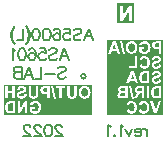
<source format=gbo>
G04*
G04 #@! TF.GenerationSoftware,Altium Limited,Altium Designer,22.11.1 (43)*
G04*
G04 Layer_Color=32896*
%FSLAX25Y25*%
%MOIN*%
G70*
G04*
G04 #@! TF.SameCoordinates,21ABD361-9BD2-418E-A470-0DA88BDA0781*
G04*
G04*
G04 #@! TF.FilePolarity,Positive*
G04*
G01*
G75*
%ADD24C,0.00787*%
G36*
X2756Y-7471D02*
Y-12857D01*
X-26482D01*
Y-7471D01*
Y-2891D01*
X2756D01*
Y-7471D01*
D02*
G37*
G36*
X26378Y7490D02*
Y2497D01*
Y-2495D01*
Y-7477D01*
Y-12857D01*
X7862D01*
Y-7477D01*
Y-2495D01*
Y2497D01*
Y7490D01*
Y12070D01*
X26378D01*
Y7490D01*
D02*
G37*
G36*
X16929Y17717D02*
X11345D01*
Y24336D01*
X16929D01*
Y17717D01*
D02*
G37*
%LPC*%
G36*
X-22864Y-3360D02*
X-23680D01*
Y-4946D01*
X-25272D01*
Y-3360D01*
X-26088D01*
Y-7395D01*
X-25272D01*
Y-5628D01*
X-23680D01*
Y-7395D01*
X-22864D01*
Y-3360D01*
D02*
G37*
G36*
X-2179D02*
X-2996D01*
Y-5553D01*
Y-5558D01*
Y-5576D01*
Y-5599D01*
Y-5634D01*
Y-5681D01*
Y-5727D01*
X-3001Y-5832D01*
Y-5949D01*
X-3007Y-6060D01*
X-3013Y-6112D01*
Y-6159D01*
X-3019Y-6194D01*
X-3025Y-6229D01*
Y-6240D01*
X-3036Y-6270D01*
X-3054Y-6316D01*
X-3077Y-6374D01*
X-3106Y-6439D01*
X-3153Y-6503D01*
X-3205Y-6573D01*
X-3270Y-6631D01*
X-3281Y-6637D01*
X-3305Y-6654D01*
X-3351Y-6678D01*
X-3410Y-6701D01*
X-3491Y-6730D01*
X-3584Y-6753D01*
X-3689Y-6771D01*
X-3812Y-6777D01*
X-3870D01*
X-3928Y-6771D01*
X-4004Y-6759D01*
X-4092Y-6742D01*
X-4173Y-6718D01*
X-4261Y-6684D01*
X-4331Y-6637D01*
X-4337Y-6631D01*
X-4360Y-6614D01*
X-4389Y-6584D01*
X-4424Y-6544D01*
X-4459Y-6491D01*
X-4494Y-6433D01*
X-4523Y-6369D01*
X-4541Y-6293D01*
Y-6281D01*
X-4546Y-6252D01*
X-4552Y-6200D01*
X-4564Y-6130D01*
Y-6083D01*
X-4570Y-6031D01*
Y-5972D01*
X-4575Y-5914D01*
Y-5844D01*
X-4581Y-5768D01*
Y-5687D01*
Y-5599D01*
Y-3360D01*
X-5398D01*
Y-5663D01*
X-5392Y-5733D01*
Y-5809D01*
Y-5885D01*
X-5380Y-6054D01*
X-5368Y-6229D01*
X-5363Y-6305D01*
X-5351Y-6380D01*
X-5339Y-6450D01*
X-5328Y-6514D01*
Y-6520D01*
X-5322Y-6526D01*
Y-6544D01*
X-5316Y-6561D01*
X-5298Y-6619D01*
X-5275Y-6689D01*
X-5240Y-6771D01*
X-5199Y-6853D01*
X-5147Y-6940D01*
X-5083Y-7022D01*
X-5077Y-7033D01*
X-5054Y-7057D01*
X-5013Y-7092D01*
X-4960Y-7138D01*
X-4890Y-7191D01*
X-4809Y-7243D01*
X-4715Y-7301D01*
X-4611Y-7348D01*
X-4605D01*
X-4599Y-7354D01*
X-4581Y-7360D01*
X-4558Y-7366D01*
X-4529Y-7377D01*
X-4494Y-7389D01*
X-4447Y-7401D01*
X-4401Y-7406D01*
X-4290Y-7430D01*
X-4156Y-7453D01*
X-4004Y-7465D01*
X-3835Y-7471D01*
X-3742D01*
X-3689Y-7465D01*
X-3637D01*
X-3573Y-7459D01*
X-3509Y-7453D01*
X-3369Y-7441D01*
X-3223Y-7418D01*
X-3077Y-7383D01*
X-3013Y-7366D01*
X-2955Y-7342D01*
X-2949D01*
X-2943Y-7337D01*
X-2908Y-7319D01*
X-2850Y-7290D01*
X-2786Y-7249D01*
X-2710Y-7197D01*
X-2628Y-7138D01*
X-2552Y-7068D01*
X-2482Y-6993D01*
X-2477Y-6981D01*
X-2453Y-6957D01*
X-2424Y-6911D01*
X-2389Y-6853D01*
X-2354Y-6788D01*
X-2314Y-6713D01*
X-2284Y-6631D01*
X-2255Y-6544D01*
Y-6538D01*
X-2249Y-6526D01*
Y-6509D01*
X-2244Y-6480D01*
X-2238Y-6444D01*
X-2232Y-6398D01*
X-2226Y-6345D01*
X-2220Y-6287D01*
X-2208Y-6217D01*
X-2203Y-6141D01*
X-2197Y-6060D01*
X-2191Y-5966D01*
X-2185Y-5867D01*
Y-5757D01*
X-2179Y-5640D01*
Y-3360D01*
D02*
G37*
G36*
X-15023D02*
X-15839D01*
Y-5553D01*
Y-5558D01*
Y-5576D01*
Y-5599D01*
Y-5634D01*
Y-5681D01*
Y-5727D01*
X-15845Y-5832D01*
Y-5949D01*
X-15851Y-6060D01*
X-15856Y-6112D01*
Y-6159D01*
X-15862Y-6194D01*
X-15868Y-6229D01*
Y-6240D01*
X-15880Y-6270D01*
X-15897Y-6316D01*
X-15921Y-6374D01*
X-15950Y-6439D01*
X-15996Y-6503D01*
X-16049Y-6573D01*
X-16113Y-6631D01*
X-16125Y-6637D01*
X-16148Y-6654D01*
X-16195Y-6678D01*
X-16253Y-6701D01*
X-16335Y-6730D01*
X-16428Y-6753D01*
X-16533Y-6771D01*
X-16655Y-6777D01*
X-16714D01*
X-16772Y-6771D01*
X-16848Y-6759D01*
X-16935Y-6742D01*
X-17017Y-6718D01*
X-17104Y-6684D01*
X-17174Y-6637D01*
X-17180Y-6631D01*
X-17203Y-6614D01*
X-17232Y-6584D01*
X-17267Y-6544D01*
X-17302Y-6491D01*
X-17337Y-6433D01*
X-17367Y-6369D01*
X-17384Y-6293D01*
Y-6281D01*
X-17390Y-6252D01*
X-17396Y-6200D01*
X-17407Y-6130D01*
Y-6083D01*
X-17413Y-6031D01*
Y-5972D01*
X-17419Y-5914D01*
Y-5844D01*
X-17425Y-5768D01*
Y-5687D01*
Y-5599D01*
Y-3360D01*
X-18241D01*
Y-5663D01*
X-18235Y-5733D01*
Y-5809D01*
Y-5885D01*
X-18224Y-6054D01*
X-18212Y-6229D01*
X-18206Y-6305D01*
X-18194Y-6380D01*
X-18183Y-6450D01*
X-18171Y-6514D01*
Y-6520D01*
X-18165Y-6526D01*
Y-6544D01*
X-18159Y-6561D01*
X-18142Y-6619D01*
X-18119Y-6689D01*
X-18084Y-6771D01*
X-18043Y-6853D01*
X-17990Y-6940D01*
X-17926Y-7022D01*
X-17920Y-7033D01*
X-17897Y-7057D01*
X-17856Y-7092D01*
X-17804Y-7138D01*
X-17734Y-7191D01*
X-17652Y-7243D01*
X-17559Y-7301D01*
X-17454Y-7348D01*
X-17448D01*
X-17442Y-7354D01*
X-17425Y-7360D01*
X-17402Y-7366D01*
X-17372Y-7377D01*
X-17337Y-7389D01*
X-17291Y-7401D01*
X-17244Y-7406D01*
X-17133Y-7430D01*
X-16999Y-7453D01*
X-16848Y-7465D01*
X-16679Y-7471D01*
X-16585D01*
X-16533Y-7465D01*
X-16480D01*
X-16416Y-7459D01*
X-16352Y-7453D01*
X-16212Y-7441D01*
X-16066Y-7418D01*
X-15921Y-7383D01*
X-15856Y-7366D01*
X-15798Y-7342D01*
X-15792D01*
X-15787Y-7337D01*
X-15752Y-7319D01*
X-15693Y-7290D01*
X-15629Y-7249D01*
X-15553Y-7197D01*
X-15472Y-7138D01*
X-15396Y-7068D01*
X-15326Y-6993D01*
X-15320Y-6981D01*
X-15297Y-6957D01*
X-15268Y-6911D01*
X-15233Y-6853D01*
X-15198Y-6788D01*
X-15157Y-6713D01*
X-15128Y-6631D01*
X-15099Y-6544D01*
Y-6538D01*
X-15093Y-6526D01*
Y-6509D01*
X-15087Y-6480D01*
X-15081Y-6444D01*
X-15075Y-6398D01*
X-15069Y-6345D01*
X-15064Y-6287D01*
X-15052Y-6217D01*
X-15046Y-6141D01*
X-15040Y-6060D01*
X-15034Y-5966D01*
X-15029Y-5867D01*
Y-5757D01*
X-15023Y-5640D01*
Y-3360D01*
D02*
G37*
G36*
X-5975D02*
X-9175D01*
Y-4042D01*
X-7986D01*
Y-7395D01*
X-7170D01*
Y-4042D01*
X-5975D01*
Y-3360D01*
D02*
G37*
G36*
X-11274D02*
X-12761D01*
X-12825Y-3366D01*
X-12977D01*
X-13140Y-3378D01*
X-13303Y-3390D01*
X-13373Y-3395D01*
X-13443Y-3401D01*
X-13501Y-3413D01*
X-13548Y-3424D01*
X-13554D01*
X-13565Y-3430D01*
X-13583Y-3436D01*
X-13606Y-3442D01*
X-13670Y-3471D01*
X-13752Y-3506D01*
X-13839Y-3559D01*
X-13938Y-3629D01*
X-14032Y-3716D01*
X-14125Y-3821D01*
Y-3827D01*
X-14137Y-3833D01*
X-14148Y-3850D01*
X-14160Y-3873D01*
X-14183Y-3908D01*
X-14201Y-3943D01*
X-14224Y-3984D01*
X-14247Y-4031D01*
X-14288Y-4148D01*
X-14329Y-4276D01*
X-14352Y-4433D01*
X-14364Y-4602D01*
Y-4666D01*
X-14358Y-4696D01*
Y-4736D01*
X-14347Y-4818D01*
X-14329Y-4917D01*
X-14306Y-5028D01*
X-14271Y-5133D01*
X-14224Y-5232D01*
X-14218Y-5243D01*
X-14201Y-5273D01*
X-14172Y-5319D01*
X-14131Y-5378D01*
X-14084Y-5436D01*
X-14020Y-5506D01*
X-13956Y-5570D01*
X-13880Y-5628D01*
X-13869Y-5634D01*
X-13845Y-5652D01*
X-13804Y-5675D01*
X-13752Y-5704D01*
X-13688Y-5739D01*
X-13618Y-5768D01*
X-13542Y-5797D01*
X-13460Y-5821D01*
X-13449D01*
X-13431Y-5827D01*
X-13408D01*
X-13379Y-5832D01*
X-13338Y-5838D01*
X-13297Y-5844D01*
X-13245D01*
X-13192Y-5850D01*
X-13128Y-5856D01*
X-13058Y-5861D01*
X-12982Y-5867D01*
X-12901D01*
X-12813Y-5873D01*
X-12090D01*
Y-7395D01*
X-11274D01*
Y-3360D01*
D02*
G37*
G36*
X-10283Y-3291D02*
X-10866D01*
X-9858Y-7465D01*
X-9286D01*
X-10283Y-3291D01*
D02*
G37*
G36*
X415Y-3285D02*
X374D01*
X328Y-3291D01*
X269D01*
X193Y-3302D01*
X106Y-3314D01*
X7Y-3331D01*
X-98Y-3355D01*
X-209Y-3384D01*
X-325Y-3419D01*
X-442Y-3465D01*
X-564Y-3518D01*
X-681Y-3582D01*
X-798Y-3658D01*
X-908Y-3745D01*
X-1013Y-3844D01*
X-1019Y-3850D01*
X-1037Y-3868D01*
X-1066Y-3903D01*
X-1095Y-3943D01*
X-1136Y-4002D01*
X-1182Y-4072D01*
X-1229Y-4153D01*
X-1282Y-4247D01*
X-1334Y-4346D01*
X-1381Y-4462D01*
X-1427Y-4591D01*
X-1468Y-4725D01*
X-1503Y-4876D01*
X-1526Y-5034D01*
X-1544Y-5203D01*
X-1550Y-5383D01*
Y-5424D01*
X-1544Y-5477D01*
Y-5547D01*
X-1532Y-5628D01*
X-1521Y-5722D01*
X-1503Y-5832D01*
X-1486Y-5943D01*
X-1457Y-6066D01*
X-1421Y-6194D01*
X-1375Y-6322D01*
X-1322Y-6450D01*
X-1264Y-6573D01*
X-1188Y-6695D01*
X-1107Y-6812D01*
X-1013Y-6922D01*
X-1008Y-6928D01*
X-990Y-6946D01*
X-961Y-6975D01*
X-914Y-7010D01*
X-862Y-7051D01*
X-798Y-7097D01*
X-722Y-7144D01*
X-640Y-7197D01*
X-541Y-7249D01*
X-436Y-7296D01*
X-320Y-7342D01*
X-191Y-7383D01*
X-57Y-7418D01*
X88Y-7447D01*
X240Y-7465D01*
X403Y-7471D01*
X444D01*
X491Y-7465D01*
X549Y-7459D01*
X625Y-7453D01*
X712Y-7441D01*
X811Y-7424D01*
X916Y-7401D01*
X1033Y-7372D01*
X1144Y-7337D01*
X1266Y-7290D01*
X1383Y-7237D01*
X1505Y-7179D01*
X1616Y-7103D01*
X1727Y-7022D01*
X1832Y-6922D01*
X1837Y-6917D01*
X1855Y-6899D01*
X1878Y-6864D01*
X1913Y-6823D01*
X1954Y-6765D01*
X2001Y-6695D01*
X2047Y-6619D01*
X2094Y-6526D01*
X2146Y-6427D01*
X2193Y-6310D01*
X2240Y-6188D01*
X2281Y-6054D01*
X2316Y-5908D01*
X2339Y-5751D01*
X2356Y-5582D01*
X2362Y-5407D01*
Y-5348D01*
X2356Y-5302D01*
Y-5249D01*
X2351Y-5191D01*
X2345Y-5121D01*
X2339Y-5045D01*
X2316Y-4882D01*
X2286Y-4707D01*
X2240Y-4532D01*
X2182Y-4369D01*
Y-4363D01*
X2176Y-4357D01*
X2164Y-4340D01*
X2158Y-4316D01*
X2123Y-4258D01*
X2082Y-4183D01*
X2030Y-4095D01*
X1966Y-4008D01*
X1890Y-3908D01*
X1808Y-3815D01*
X1802Y-3809D01*
X1797Y-3804D01*
X1767Y-3774D01*
X1715Y-3728D01*
X1651Y-3675D01*
X1575Y-3617D01*
X1488Y-3553D01*
X1389Y-3494D01*
X1284Y-3448D01*
X1278D01*
X1266Y-3442D01*
X1243Y-3430D01*
X1214Y-3424D01*
X1179Y-3407D01*
X1138Y-3395D01*
X1085Y-3384D01*
X1033Y-3366D01*
X905Y-3337D01*
X759Y-3308D01*
X590Y-3291D01*
X415Y-3285D01*
D02*
G37*
G36*
X-20509D02*
X-20579D01*
X-20631Y-3291D01*
X-20695Y-3296D01*
X-20771Y-3302D01*
X-20847Y-3314D01*
X-20934Y-3325D01*
X-21121Y-3366D01*
X-21214Y-3395D01*
X-21308Y-3424D01*
X-21401Y-3465D01*
X-21488Y-3512D01*
X-21570Y-3565D01*
X-21646Y-3623D01*
X-21652Y-3629D01*
X-21663Y-3640D01*
X-21681Y-3658D01*
X-21704Y-3681D01*
X-21733Y-3716D01*
X-21768Y-3757D01*
X-21803Y-3804D01*
X-21844Y-3856D01*
X-21879Y-3920D01*
X-21914Y-3984D01*
X-21949Y-4060D01*
X-21978Y-4142D01*
X-22007Y-4223D01*
X-22030Y-4316D01*
X-22048Y-4410D01*
X-22054Y-4515D01*
X-21238Y-4544D01*
Y-4538D01*
Y-4532D01*
X-21226Y-4491D01*
X-21214Y-4439D01*
X-21191Y-4375D01*
X-21162Y-4299D01*
X-21121Y-4229D01*
X-21069Y-4159D01*
X-21010Y-4101D01*
X-21004Y-4095D01*
X-20981Y-4078D01*
X-20940Y-4054D01*
X-20882Y-4031D01*
X-20812Y-4008D01*
X-20725Y-3984D01*
X-20620Y-3967D01*
X-20497Y-3961D01*
X-20439D01*
X-20375Y-3967D01*
X-20299Y-3978D01*
X-20212Y-3996D01*
X-20118Y-4025D01*
X-20031Y-4060D01*
X-19949Y-4112D01*
X-19943Y-4118D01*
X-19932Y-4130D01*
X-19908Y-4148D01*
X-19885Y-4177D01*
X-19862Y-4212D01*
X-19838Y-4258D01*
X-19827Y-4305D01*
X-19821Y-4363D01*
Y-4369D01*
Y-4386D01*
X-19827Y-4416D01*
X-19838Y-4445D01*
X-19850Y-4486D01*
X-19868Y-4526D01*
X-19897Y-4567D01*
X-19938Y-4608D01*
X-19943Y-4614D01*
X-19973Y-4631D01*
X-19990Y-4643D01*
X-20019Y-4655D01*
X-20048Y-4672D01*
X-20089Y-4690D01*
X-20136Y-4707D01*
X-20188Y-4730D01*
X-20252Y-4754D01*
X-20316Y-4777D01*
X-20398Y-4800D01*
X-20486Y-4824D01*
X-20579Y-4847D01*
X-20684Y-4876D01*
X-20690D01*
X-20713Y-4882D01*
X-20742Y-4888D01*
X-20783Y-4899D01*
X-20830Y-4911D01*
X-20888Y-4929D01*
X-20952Y-4946D01*
X-21016Y-4964D01*
X-21156Y-5010D01*
X-21302Y-5057D01*
X-21442Y-5109D01*
X-21500Y-5139D01*
X-21558Y-5168D01*
X-21564D01*
X-21570Y-5174D01*
X-21605Y-5197D01*
X-21657Y-5232D01*
X-21722Y-5279D01*
X-21791Y-5337D01*
X-21867Y-5407D01*
X-21943Y-5488D01*
X-22007Y-5582D01*
X-22013Y-5593D01*
X-22030Y-5628D01*
X-22060Y-5681D01*
X-22089Y-5757D01*
X-22118Y-5850D01*
X-22147Y-5961D01*
X-22165Y-6083D01*
X-22170Y-6223D01*
Y-6281D01*
X-22165Y-6310D01*
X-22159Y-6351D01*
X-22147Y-6433D01*
X-22124Y-6538D01*
X-22089Y-6649D01*
X-22036Y-6759D01*
X-21972Y-6876D01*
Y-6882D01*
X-21961Y-6888D01*
X-21937Y-6922D01*
X-21891Y-6981D01*
X-21832Y-7045D01*
X-21757Y-7121D01*
X-21657Y-7191D01*
X-21553Y-7261D01*
X-21424Y-7325D01*
X-21418D01*
X-21407Y-7331D01*
X-21389Y-7337D01*
X-21360Y-7348D01*
X-21325Y-7360D01*
X-21284Y-7372D01*
X-21238Y-7383D01*
X-21185Y-7395D01*
X-21121Y-7412D01*
X-21057Y-7424D01*
X-20905Y-7447D01*
X-20736Y-7465D01*
X-20550Y-7471D01*
X-20474D01*
X-20421Y-7465D01*
X-20357Y-7459D01*
X-20287Y-7453D01*
X-20206Y-7441D01*
X-20118Y-7424D01*
X-19926Y-7383D01*
X-19827Y-7354D01*
X-19734Y-7325D01*
X-19634Y-7284D01*
X-19541Y-7237D01*
X-19454Y-7185D01*
X-19372Y-7121D01*
X-19366Y-7115D01*
X-19355Y-7103D01*
X-19331Y-7086D01*
X-19308Y-7057D01*
X-19273Y-7016D01*
X-19238Y-6969D01*
X-19197Y-6917D01*
X-19156Y-6858D01*
X-19116Y-6788D01*
X-19075Y-6713D01*
X-19034Y-6625D01*
X-18993Y-6532D01*
X-18964Y-6433D01*
X-18929Y-6322D01*
X-18906Y-6205D01*
X-18888Y-6083D01*
X-19681Y-6007D01*
Y-6013D01*
X-19687Y-6025D01*
Y-6048D01*
X-19693Y-6071D01*
X-19716Y-6141D01*
X-19745Y-6229D01*
X-19780Y-6328D01*
X-19833Y-6427D01*
X-19891Y-6514D01*
X-19967Y-6596D01*
X-19978Y-6602D01*
X-20008Y-6625D01*
X-20054Y-6654D01*
X-20124Y-6689D01*
X-20212Y-6724D01*
X-20311Y-6753D01*
X-20427Y-6777D01*
X-20561Y-6783D01*
X-20626D01*
X-20695Y-6771D01*
X-20783Y-6759D01*
X-20876Y-6742D01*
X-20975Y-6713D01*
X-21069Y-6672D01*
X-21150Y-6619D01*
X-21162Y-6614D01*
X-21185Y-6590D01*
X-21214Y-6555D01*
X-21255Y-6509D01*
X-21290Y-6450D01*
X-21325Y-6380D01*
X-21348Y-6310D01*
X-21354Y-6229D01*
Y-6223D01*
Y-6205D01*
X-21348Y-6176D01*
X-21343Y-6141D01*
X-21331Y-6106D01*
X-21319Y-6066D01*
X-21296Y-6025D01*
X-21267Y-5984D01*
X-21261Y-5978D01*
X-21249Y-5966D01*
X-21232Y-5949D01*
X-21203Y-5926D01*
X-21162Y-5897D01*
X-21109Y-5867D01*
X-21051Y-5838D01*
X-20975Y-5809D01*
X-20969D01*
X-20946Y-5797D01*
X-20905Y-5786D01*
X-20876Y-5774D01*
X-20841Y-5768D01*
X-20800Y-5757D01*
X-20754Y-5739D01*
X-20701Y-5727D01*
X-20643Y-5710D01*
X-20573Y-5692D01*
X-20497Y-5675D01*
X-20416Y-5652D01*
X-20322Y-5628D01*
X-20316D01*
X-20293Y-5623D01*
X-20258Y-5611D01*
X-20217Y-5599D01*
X-20165Y-5582D01*
X-20101Y-5564D01*
X-20037Y-5541D01*
X-19961Y-5517D01*
X-19809Y-5459D01*
X-19663Y-5389D01*
X-19588Y-5354D01*
X-19524Y-5314D01*
X-19459Y-5273D01*
X-19407Y-5232D01*
X-19401Y-5226D01*
X-19389Y-5214D01*
X-19372Y-5197D01*
X-19349Y-5174D01*
X-19320Y-5139D01*
X-19290Y-5098D01*
X-19255Y-5057D01*
X-19226Y-5004D01*
X-19156Y-4882D01*
X-19098Y-4742D01*
X-19075Y-4666D01*
X-19057Y-4591D01*
X-19046Y-4503D01*
X-19040Y-4416D01*
Y-4410D01*
Y-4404D01*
Y-4386D01*
Y-4363D01*
X-19051Y-4305D01*
X-19063Y-4229D01*
X-19081Y-4142D01*
X-19110Y-4042D01*
X-19150Y-3938D01*
X-19209Y-3839D01*
Y-3833D01*
X-19215Y-3827D01*
X-19244Y-3792D01*
X-19279Y-3745D01*
X-19337Y-3687D01*
X-19407Y-3623D01*
X-19494Y-3553D01*
X-19594Y-3489D01*
X-19710Y-3430D01*
X-19716D01*
X-19728Y-3424D01*
X-19745Y-3419D01*
X-19769Y-3407D01*
X-19804Y-3395D01*
X-19838Y-3384D01*
X-19885Y-3372D01*
X-19938Y-3355D01*
X-20054Y-3331D01*
X-20188Y-3308D01*
X-20340Y-3291D01*
X-20509Y-3285D01*
D02*
G37*
G36*
X-18643Y-8353D02*
X-19430D01*
X-21098Y-11070D01*
Y-8353D01*
X-21850D01*
Y-12388D01*
X-21034D01*
X-19395Y-9729D01*
Y-12388D01*
X-18643D01*
Y-8353D01*
D02*
G37*
G36*
X-16113Y-8277D02*
X-16183D01*
X-16236Y-8283D01*
X-16300Y-8289D01*
X-16375Y-8295D01*
X-16457Y-8301D01*
X-16544Y-8318D01*
X-16731Y-8353D01*
X-16923Y-8411D01*
X-17023Y-8446D01*
X-17116Y-8487D01*
X-17203Y-8534D01*
X-17285Y-8592D01*
X-17291Y-8598D01*
X-17302Y-8604D01*
X-17326Y-8627D01*
X-17355Y-8651D01*
X-17390Y-8680D01*
X-17425Y-8721D01*
X-17466Y-8767D01*
X-17512Y-8820D01*
X-17559Y-8878D01*
X-17605Y-8942D01*
X-17652Y-9012D01*
X-17693Y-9094D01*
X-17740Y-9175D01*
X-17775Y-9263D01*
X-17810Y-9362D01*
X-17833Y-9461D01*
X-17023Y-9612D01*
Y-9607D01*
X-17017Y-9601D01*
X-17005Y-9566D01*
X-16982Y-9513D01*
X-16947Y-9443D01*
X-16906Y-9368D01*
X-16848Y-9292D01*
X-16778Y-9216D01*
X-16696Y-9146D01*
X-16684Y-9140D01*
X-16655Y-9117D01*
X-16603Y-9088D01*
X-16539Y-9059D01*
X-16451Y-9024D01*
X-16352Y-9000D01*
X-16241Y-8977D01*
X-16113Y-8971D01*
X-16061D01*
X-16026Y-8977D01*
X-15979Y-8983D01*
X-15926Y-8989D01*
X-15868Y-9000D01*
X-15804Y-9012D01*
X-15670Y-9053D01*
X-15600Y-9082D01*
X-15530Y-9117D01*
X-15460Y-9158D01*
X-15390Y-9199D01*
X-15326Y-9257D01*
X-15262Y-9315D01*
X-15256Y-9321D01*
X-15250Y-9333D01*
X-15233Y-9350D01*
X-15215Y-9379D01*
X-15192Y-9414D01*
X-15163Y-9455D01*
X-15134Y-9508D01*
X-15110Y-9566D01*
X-15081Y-9636D01*
X-15052Y-9712D01*
X-15023Y-9793D01*
X-14999Y-9881D01*
X-14982Y-9980D01*
X-14965Y-10091D01*
X-14959Y-10201D01*
X-14953Y-10324D01*
Y-10330D01*
Y-10353D01*
Y-10394D01*
X-14959Y-10440D01*
X-14965Y-10504D01*
X-14970Y-10569D01*
X-14982Y-10650D01*
X-14994Y-10732D01*
X-15029Y-10907D01*
X-15087Y-11088D01*
X-15122Y-11175D01*
X-15163Y-11257D01*
X-15215Y-11338D01*
X-15268Y-11408D01*
X-15274Y-11414D01*
X-15285Y-11426D01*
X-15303Y-11443D01*
X-15326Y-11467D01*
X-15361Y-11490D01*
X-15396Y-11525D01*
X-15443Y-11554D01*
X-15495Y-11589D01*
X-15553Y-11624D01*
X-15612Y-11653D01*
X-15757Y-11711D01*
X-15839Y-11735D01*
X-15921Y-11752D01*
X-16014Y-11764D01*
X-16107Y-11770D01*
X-16154D01*
X-16201Y-11764D01*
X-16271Y-11758D01*
X-16346Y-11746D01*
X-16434Y-11729D01*
X-16527Y-11705D01*
X-16620Y-11671D01*
X-16626D01*
X-16632Y-11665D01*
X-16661Y-11653D01*
X-16714Y-11630D01*
X-16772Y-11601D01*
X-16842Y-11566D01*
X-16918Y-11525D01*
X-16993Y-11478D01*
X-17063Y-11426D01*
Y-10907D01*
X-16131D01*
Y-10225D01*
X-17885D01*
Y-11845D01*
X-17874Y-11857D01*
X-17856Y-11869D01*
X-17839Y-11886D01*
X-17810Y-11909D01*
X-17780Y-11933D01*
X-17699Y-11991D01*
X-17588Y-12055D01*
X-17460Y-12131D01*
X-17314Y-12207D01*
X-17139Y-12277D01*
X-17133D01*
X-17116Y-12283D01*
X-17093Y-12294D01*
X-17057Y-12306D01*
X-17011Y-12318D01*
X-16958Y-12335D01*
X-16900Y-12353D01*
X-16836Y-12370D01*
X-16690Y-12405D01*
X-16521Y-12434D01*
X-16346Y-12458D01*
X-16160Y-12463D01*
X-16096D01*
X-16055Y-12458D01*
X-15996D01*
X-15932Y-12452D01*
X-15862Y-12440D01*
X-15781Y-12428D01*
X-15612Y-12399D01*
X-15425Y-12353D01*
X-15233Y-12289D01*
X-15145Y-12248D01*
X-15052Y-12201D01*
X-15046Y-12195D01*
X-15034Y-12189D01*
X-15005Y-12172D01*
X-14976Y-12149D01*
X-14935Y-12125D01*
X-14895Y-12090D01*
X-14842Y-12049D01*
X-14790Y-12003D01*
X-14673Y-11898D01*
X-14557Y-11764D01*
X-14446Y-11612D01*
X-14347Y-11437D01*
Y-11432D01*
X-14335Y-11414D01*
X-14323Y-11385D01*
X-14312Y-11350D01*
X-14294Y-11303D01*
X-14271Y-11251D01*
X-14253Y-11187D01*
X-14230Y-11117D01*
X-14207Y-11041D01*
X-14189Y-10953D01*
X-14148Y-10773D01*
X-14125Y-10575D01*
X-14113Y-10359D01*
Y-10295D01*
X-14119Y-10254D01*
Y-10195D01*
X-14125Y-10131D01*
X-14137Y-10061D01*
X-14148Y-9980D01*
X-14177Y-9811D01*
X-14224Y-9618D01*
X-14288Y-9426D01*
X-14329Y-9333D01*
X-14376Y-9239D01*
X-14382Y-9234D01*
X-14387Y-9216D01*
X-14405Y-9193D01*
X-14422Y-9158D01*
X-14451Y-9117D01*
X-14487Y-9070D01*
X-14527Y-9018D01*
X-14568Y-8960D01*
X-14621Y-8901D01*
X-14679Y-8837D01*
X-14743Y-8773D01*
X-14813Y-8709D01*
X-14889Y-8651D01*
X-14965Y-8586D01*
X-15145Y-8482D01*
X-15151D01*
X-15163Y-8470D01*
X-15186Y-8464D01*
X-15215Y-8446D01*
X-15256Y-8435D01*
X-15297Y-8417D01*
X-15355Y-8400D01*
X-15414Y-8377D01*
X-15478Y-8359D01*
X-15553Y-8342D01*
X-15635Y-8324D01*
X-15717Y-8307D01*
X-15903Y-8283D01*
X-16113Y-8277D01*
D02*
G37*
G36*
X-22713Y-8353D02*
X-24322D01*
X-24368Y-8359D01*
X-24479Y-8365D01*
X-24602Y-8371D01*
X-24730Y-8388D01*
X-24852Y-8406D01*
X-24963Y-8435D01*
X-24969D01*
X-24981Y-8441D01*
X-24998Y-8446D01*
X-25021Y-8452D01*
X-25091Y-8482D01*
X-25173Y-8522D01*
X-25266Y-8575D01*
X-25371Y-8639D01*
X-25470Y-8715D01*
X-25569Y-8808D01*
X-25575D01*
X-25581Y-8820D01*
X-25610Y-8855D01*
X-25657Y-8913D01*
X-25709Y-8989D01*
X-25773Y-9082D01*
X-25837Y-9193D01*
X-25902Y-9321D01*
X-25954Y-9461D01*
Y-9467D01*
X-25960Y-9478D01*
X-25966Y-9502D01*
X-25977Y-9531D01*
X-25983Y-9566D01*
X-25995Y-9612D01*
X-26007Y-9665D01*
X-26024Y-9723D01*
X-26036Y-9787D01*
X-26047Y-9863D01*
X-26059Y-9939D01*
X-26065Y-10026D01*
X-26082Y-10207D01*
X-26088Y-10411D01*
Y-10493D01*
X-26082Y-10539D01*
Y-10586D01*
X-26076Y-10644D01*
X-26071Y-10708D01*
X-26059Y-10843D01*
X-26036Y-10983D01*
X-26001Y-11128D01*
X-25960Y-11268D01*
Y-11274D01*
X-25954Y-11286D01*
X-25943Y-11309D01*
X-25931Y-11344D01*
X-25919Y-11379D01*
X-25896Y-11420D01*
X-25849Y-11525D01*
X-25791Y-11636D01*
X-25715Y-11758D01*
X-25628Y-11875D01*
X-25528Y-11985D01*
X-25517Y-11997D01*
X-25488Y-12020D01*
X-25441Y-12055D01*
X-25377Y-12102D01*
X-25295Y-12154D01*
X-25202Y-12207D01*
X-25085Y-12259D01*
X-24957Y-12306D01*
X-24951D01*
X-24946Y-12312D01*
X-24928D01*
X-24911Y-12318D01*
X-24846Y-12329D01*
X-24765Y-12347D01*
X-24666Y-12364D01*
X-24543Y-12376D01*
X-24397Y-12382D01*
X-24240Y-12388D01*
X-22713D01*
Y-8353D01*
D02*
G37*
%LPD*%
G36*
X-12090Y-5191D02*
X-12650D01*
X-12691Y-5185D01*
X-12796D01*
X-12901Y-5179D01*
X-13006Y-5168D01*
X-13099Y-5150D01*
X-13140Y-5144D01*
X-13175Y-5133D01*
X-13181Y-5127D01*
X-13204Y-5121D01*
X-13233Y-5104D01*
X-13268Y-5086D01*
X-13309Y-5057D01*
X-13350Y-5022D01*
X-13396Y-4981D01*
X-13431Y-4935D01*
X-13437Y-4929D01*
X-13449Y-4911D01*
X-13460Y-4882D01*
X-13478Y-4841D01*
X-13495Y-4795D01*
X-13513Y-4742D01*
X-13519Y-4684D01*
X-13524Y-4620D01*
Y-4608D01*
Y-4585D01*
X-13519Y-4544D01*
X-13507Y-4491D01*
X-13490Y-4433D01*
X-13466Y-4369D01*
X-13437Y-4311D01*
X-13390Y-4252D01*
X-13385Y-4247D01*
X-13367Y-4229D01*
X-13338Y-4206D01*
X-13303Y-4177D01*
X-13256Y-4142D01*
X-13198Y-4112D01*
X-13134Y-4089D01*
X-13064Y-4072D01*
X-13058D01*
X-13035Y-4066D01*
X-12994Y-4060D01*
X-12936Y-4054D01*
X-12860D01*
X-12808Y-4048D01*
X-12755D01*
X-12697Y-4042D01*
X-12090D01*
Y-5191D01*
D02*
G37*
G36*
X485Y-3984D02*
X532Y-3990D01*
X578Y-3996D01*
X695Y-4019D01*
X823Y-4066D01*
X893Y-4089D01*
X963Y-4124D01*
X1027Y-4165D01*
X1097Y-4212D01*
X1161Y-4264D01*
X1220Y-4328D01*
X1225Y-4334D01*
X1231Y-4346D01*
X1249Y-4363D01*
X1266Y-4392D01*
X1290Y-4433D01*
X1313Y-4474D01*
X1342Y-4526D01*
X1371Y-4591D01*
X1400Y-4660D01*
X1429Y-4736D01*
X1453Y-4824D01*
X1476Y-4917D01*
X1493Y-5022D01*
X1511Y-5133D01*
X1517Y-5249D01*
X1523Y-5378D01*
Y-5383D01*
Y-5407D01*
Y-5442D01*
X1517Y-5488D01*
X1511Y-5547D01*
X1505Y-5617D01*
X1493Y-5687D01*
X1482Y-5768D01*
X1447Y-5937D01*
X1389Y-6106D01*
X1354Y-6194D01*
X1313Y-6275D01*
X1260Y-6351D01*
X1208Y-6421D01*
X1202Y-6427D01*
X1190Y-6439D01*
X1173Y-6456D01*
X1150Y-6474D01*
X1120Y-6503D01*
X1080Y-6532D01*
X1039Y-6567D01*
X986Y-6596D01*
X876Y-6666D01*
X736Y-6718D01*
X660Y-6742D01*
X578Y-6759D01*
X491Y-6771D01*
X403Y-6777D01*
X357D01*
X322Y-6771D01*
X281Y-6765D01*
X234Y-6759D01*
X123Y-6730D01*
X-5Y-6689D01*
X-69Y-6660D01*
X-139Y-6631D01*
X-203Y-6590D01*
X-273Y-6544D01*
X-337Y-6491D01*
X-395Y-6427D01*
X-401Y-6421D01*
X-407Y-6409D01*
X-424Y-6392D01*
X-442Y-6363D01*
X-471Y-6322D01*
X-495Y-6275D01*
X-524Y-6223D01*
X-553Y-6159D01*
X-582Y-6089D01*
X-611Y-6013D01*
X-640Y-5926D01*
X-664Y-5827D01*
X-681Y-5727D01*
X-699Y-5617D01*
X-704Y-5494D01*
X-710Y-5366D01*
Y-5360D01*
Y-5337D01*
Y-5302D01*
X-704Y-5249D01*
X-699Y-5191D01*
X-693Y-5127D01*
X-687Y-5051D01*
X-669Y-4975D01*
X-634Y-4806D01*
X-582Y-4631D01*
X-547Y-4544D01*
X-506Y-4468D01*
X-454Y-4392D01*
X-401Y-4322D01*
X-395Y-4316D01*
X-390Y-4305D01*
X-372Y-4293D01*
X-349Y-4270D01*
X-314Y-4241D01*
X-279Y-4212D01*
X-238Y-4183D01*
X-186Y-4148D01*
X-133Y-4118D01*
X-69Y-4089D01*
X65Y-4031D01*
X141Y-4008D01*
X223Y-3996D01*
X310Y-3984D01*
X403Y-3978D01*
X450D01*
X485Y-3984D01*
D02*
G37*
G36*
X-23529Y-11705D02*
X-24246D01*
X-24322Y-11700D01*
X-24403D01*
X-24485Y-11688D01*
X-24561Y-11682D01*
X-24625Y-11671D01*
X-24636D01*
X-24660Y-11659D01*
X-24695Y-11647D01*
X-24742Y-11630D01*
X-24794Y-11606D01*
X-24846Y-11577D01*
X-24899Y-11542D01*
X-24951Y-11501D01*
X-24957Y-11496D01*
X-24975Y-11478D01*
X-24998Y-11449D01*
X-25027Y-11408D01*
X-25056Y-11356D01*
X-25097Y-11292D01*
X-25126Y-11210D01*
X-25161Y-11117D01*
Y-11111D01*
X-25167Y-11105D01*
Y-11088D01*
X-25173Y-11064D01*
X-25185Y-11041D01*
X-25190Y-11006D01*
X-25208Y-10918D01*
X-25220Y-10813D01*
X-25237Y-10691D01*
X-25243Y-10539D01*
X-25249Y-10376D01*
Y-10370D01*
Y-10353D01*
Y-10330D01*
Y-10300D01*
Y-10260D01*
X-25243Y-10213D01*
X-25237Y-10114D01*
X-25225Y-9997D01*
X-25214Y-9875D01*
X-25190Y-9764D01*
X-25161Y-9659D01*
Y-9653D01*
X-25155Y-9647D01*
X-25144Y-9618D01*
X-25126Y-9572D01*
X-25103Y-9513D01*
X-25068Y-9455D01*
X-25027Y-9391D01*
X-24981Y-9327D01*
X-24928Y-9268D01*
X-24922Y-9263D01*
X-24905Y-9245D01*
X-24870Y-9222D01*
X-24829Y-9193D01*
X-24771Y-9158D01*
X-24706Y-9129D01*
X-24636Y-9099D01*
X-24555Y-9076D01*
X-24549D01*
X-24520Y-9070D01*
X-24473Y-9065D01*
X-24409Y-9053D01*
X-24368D01*
X-24316Y-9047D01*
X-24263D01*
X-24205Y-9041D01*
X-24135D01*
X-24059Y-9035D01*
X-23529D01*
Y-11705D01*
D02*
G37*
%LPC*%
G36*
X20370Y11676D02*
X20300D01*
X20247Y11670D01*
X20183Y11665D01*
X20108Y11659D01*
X20026Y11653D01*
X19939Y11635D01*
X19752Y11600D01*
X19560Y11542D01*
X19460Y11507D01*
X19367Y11466D01*
X19280Y11420D01*
X19198Y11361D01*
X19192Y11355D01*
X19181Y11350D01*
X19157Y11326D01*
X19128Y11303D01*
X19093Y11274D01*
X19058Y11233D01*
X19017Y11186D01*
X18971Y11134D01*
X18924Y11076D01*
X18878Y11011D01*
X18831Y10942D01*
X18790Y10860D01*
X18743Y10778D01*
X18708Y10691D01*
X18673Y10592D01*
X18650Y10493D01*
X19460Y10341D01*
Y10347D01*
X19466Y10353D01*
X19478Y10388D01*
X19501Y10440D01*
X19536Y10510D01*
X19577Y10586D01*
X19635Y10662D01*
X19705Y10738D01*
X19787Y10808D01*
X19799Y10813D01*
X19828Y10837D01*
X19880Y10866D01*
X19944Y10895D01*
X20032Y10930D01*
X20131Y10953D01*
X20242Y10977D01*
X20370Y10982D01*
X20422D01*
X20457Y10977D01*
X20504Y10971D01*
X20557Y10965D01*
X20615Y10953D01*
X20679Y10942D01*
X20813Y10901D01*
X20883Y10872D01*
X20953Y10837D01*
X21023Y10796D01*
X21093Y10755D01*
X21157Y10697D01*
X21221Y10638D01*
X21227Y10633D01*
X21233Y10621D01*
X21250Y10603D01*
X21268Y10574D01*
X21291Y10539D01*
X21320Y10498D01*
X21349Y10446D01*
X21373Y10388D01*
X21402Y10318D01*
X21431Y10242D01*
X21460Y10160D01*
X21484Y10073D01*
X21501Y9974D01*
X21519Y9863D01*
X21524Y9752D01*
X21530Y9630D01*
Y9624D01*
Y9601D01*
Y9560D01*
X21524Y9513D01*
X21519Y9449D01*
X21513Y9385D01*
X21501Y9303D01*
X21489Y9222D01*
X21454Y9047D01*
X21396Y8866D01*
X21361Y8779D01*
X21320Y8697D01*
X21268Y8615D01*
X21215Y8545D01*
X21210Y8540D01*
X21198Y8528D01*
X21180Y8511D01*
X21157Y8487D01*
X21122Y8464D01*
X21087Y8429D01*
X21040Y8400D01*
X20988Y8365D01*
X20930Y8330D01*
X20871Y8301D01*
X20726Y8242D01*
X20644Y8219D01*
X20562Y8202D01*
X20469Y8190D01*
X20376Y8184D01*
X20329D01*
X20282Y8190D01*
X20212Y8196D01*
X20137Y8207D01*
X20049Y8225D01*
X19956Y8248D01*
X19863Y8283D01*
X19857D01*
X19851Y8289D01*
X19822Y8301D01*
X19770Y8324D01*
X19711Y8353D01*
X19641Y8388D01*
X19565Y8429D01*
X19490Y8476D01*
X19420Y8528D01*
Y9047D01*
X20353D01*
Y9729D01*
X18598D01*
Y8108D01*
X18609Y8096D01*
X18627Y8085D01*
X18644Y8067D01*
X18673Y8044D01*
X18703Y8021D01*
X18784Y7962D01*
X18895Y7898D01*
X19023Y7823D01*
X19169Y7747D01*
X19344Y7677D01*
X19350D01*
X19367Y7671D01*
X19390Y7659D01*
X19425Y7648D01*
X19472Y7636D01*
X19525Y7619D01*
X19583Y7601D01*
X19647Y7583D01*
X19793Y7548D01*
X19962Y7519D01*
X20137Y7496D01*
X20323Y7490D01*
X20388D01*
X20428Y7496D01*
X20487D01*
X20551Y7502D01*
X20621Y7514D01*
X20702Y7525D01*
X20871Y7554D01*
X21058Y7601D01*
X21250Y7665D01*
X21338Y7706D01*
X21431Y7753D01*
X21437Y7758D01*
X21449Y7764D01*
X21478Y7782D01*
X21507Y7805D01*
X21548Y7828D01*
X21588Y7863D01*
X21641Y7904D01*
X21693Y7951D01*
X21810Y8056D01*
X21927Y8190D01*
X22037Y8341D01*
X22136Y8516D01*
Y8522D01*
X22148Y8540D01*
X22160Y8569D01*
X22171Y8604D01*
X22189Y8650D01*
X22212Y8703D01*
X22230Y8767D01*
X22253Y8837D01*
X22276Y8913D01*
X22294Y9000D01*
X22335Y9181D01*
X22358Y9379D01*
X22370Y9595D01*
Y9659D01*
X22364Y9700D01*
Y9758D01*
X22358Y9822D01*
X22346Y9892D01*
X22335Y9974D01*
X22306Y10143D01*
X22259Y10335D01*
X22195Y10528D01*
X22154Y10621D01*
X22107Y10714D01*
X22102Y10720D01*
X22096Y10738D01*
X22078Y10761D01*
X22061Y10796D01*
X22031Y10837D01*
X21996Y10883D01*
X21956Y10936D01*
X21915Y10994D01*
X21862Y11052D01*
X21804Y11117D01*
X21740Y11181D01*
X21670Y11245D01*
X21594Y11303D01*
X21519Y11367D01*
X21338Y11472D01*
X21332D01*
X21320Y11484D01*
X21297Y11490D01*
X21268Y11507D01*
X21227Y11519D01*
X21186Y11536D01*
X21128Y11554D01*
X21070Y11577D01*
X21005Y11594D01*
X20930Y11612D01*
X20848Y11630D01*
X20766Y11647D01*
X20580Y11670D01*
X20370Y11676D01*
D02*
G37*
G36*
X25984Y11600D02*
X24498D01*
X24433Y11594D01*
X24282D01*
X24119Y11583D01*
X23955Y11571D01*
X23886Y11565D01*
X23816Y11560D01*
X23757Y11548D01*
X23711Y11536D01*
X23705D01*
X23693Y11530D01*
X23676Y11525D01*
X23652Y11519D01*
X23588Y11490D01*
X23506Y11455D01*
X23419Y11402D01*
X23320Y11332D01*
X23227Y11245D01*
X23133Y11140D01*
Y11134D01*
X23122Y11128D01*
X23110Y11111D01*
X23098Y11087D01*
X23075Y11052D01*
X23058Y11017D01*
X23034Y10977D01*
X23011Y10930D01*
X22970Y10813D01*
X22929Y10685D01*
X22906Y10528D01*
X22894Y10359D01*
Y10294D01*
X22900Y10265D01*
Y10225D01*
X22912Y10143D01*
X22929Y10044D01*
X22953Y9933D01*
X22988Y9828D01*
X23034Y9729D01*
X23040Y9717D01*
X23058Y9688D01*
X23087Y9641D01*
X23128Y9583D01*
X23174Y9525D01*
X23238Y9455D01*
X23302Y9391D01*
X23378Y9332D01*
X23390Y9327D01*
X23413Y9309D01*
X23454Y9286D01*
X23506Y9257D01*
X23571Y9222D01*
X23641Y9193D01*
X23716Y9163D01*
X23798Y9140D01*
X23810D01*
X23827Y9134D01*
X23851D01*
X23880Y9128D01*
X23920Y9123D01*
X23961Y9117D01*
X24014D01*
X24066Y9111D01*
X24130Y9105D01*
X24200Y9099D01*
X24276Y9093D01*
X24358D01*
X24445Y9088D01*
X25168D01*
Y7566D01*
X25984D01*
Y11600D01*
D02*
G37*
G36*
X10739D02*
X9876D01*
X8255Y7566D01*
X9136D01*
X9485Y8481D01*
X11106D01*
X11438Y7566D01*
X12301D01*
X12295Y7581D01*
X10739Y11600D01*
D02*
G37*
G36*
X12878Y11670D02*
X12295D01*
X13304Y7496D01*
X13875D01*
X12878Y11670D01*
D02*
G37*
G36*
X16062Y11676D02*
X16021D01*
X15974Y11670D01*
X15916D01*
X15840Y11659D01*
X15753Y11647D01*
X15653Y11630D01*
X15549Y11606D01*
X15438Y11577D01*
X15321Y11542D01*
X15205Y11495D01*
X15082Y11443D01*
X14965Y11379D01*
X14849Y11303D01*
X14738Y11216D01*
X14633Y11117D01*
X14627Y11111D01*
X14610Y11093D01*
X14581Y11058D01*
X14552Y11017D01*
X14511Y10959D01*
X14464Y10889D01*
X14417Y10808D01*
X14365Y10714D01*
X14313Y10615D01*
X14266Y10498D01*
X14219Y10370D01*
X14178Y10236D01*
X14143Y10085D01*
X14120Y9927D01*
X14103Y9758D01*
X14097Y9577D01*
Y9537D01*
X14103Y9484D01*
Y9414D01*
X14114Y9332D01*
X14126Y9239D01*
X14143Y9128D01*
X14161Y9018D01*
X14190Y8895D01*
X14225Y8767D01*
X14272Y8639D01*
X14324Y8511D01*
X14383Y8388D01*
X14458Y8266D01*
X14540Y8149D01*
X14633Y8038D01*
X14639Y8032D01*
X14657Y8015D01*
X14686Y7986D01*
X14732Y7951D01*
X14785Y7910D01*
X14849Y7863D01*
X14925Y7817D01*
X15006Y7764D01*
X15105Y7712D01*
X15210Y7665D01*
X15327Y7619D01*
X15455Y7578D01*
X15589Y7543D01*
X15735Y7514D01*
X15887Y7496D01*
X16050Y7490D01*
X16091D01*
X16137Y7496D01*
X16196Y7502D01*
X16272Y7508D01*
X16359Y7519D01*
X16458Y7537D01*
X16563Y7560D01*
X16680Y7589D01*
X16790Y7624D01*
X16913Y7671D01*
X17029Y7723D01*
X17152Y7782D01*
X17263Y7858D01*
X17373Y7939D01*
X17478Y8038D01*
X17484Y8044D01*
X17502Y8061D01*
X17525Y8096D01*
X17560Y8137D01*
X17601Y8196D01*
X17647Y8266D01*
X17694Y8341D01*
X17741Y8435D01*
X17793Y8534D01*
X17840Y8650D01*
X17886Y8773D01*
X17927Y8907D01*
X17962Y9053D01*
X17986Y9210D01*
X18003Y9379D01*
X18009Y9554D01*
Y9612D01*
X18003Y9659D01*
Y9711D01*
X17997Y9770D01*
X17991Y9840D01*
X17986Y9916D01*
X17962Y10079D01*
X17933Y10254D01*
X17886Y10429D01*
X17828Y10592D01*
Y10598D01*
X17822Y10603D01*
X17811Y10621D01*
X17805Y10644D01*
X17770Y10702D01*
X17729Y10778D01*
X17676Y10866D01*
X17612Y10953D01*
X17537Y11052D01*
X17455Y11146D01*
X17449Y11151D01*
X17443Y11157D01*
X17414Y11186D01*
X17362Y11233D01*
X17298Y11286D01*
X17222Y11344D01*
X17134Y11408D01*
X17035Y11466D01*
X16930Y11513D01*
X16924D01*
X16913Y11519D01*
X16889Y11530D01*
X16860Y11536D01*
X16825Y11554D01*
X16784Y11565D01*
X16732Y11577D01*
X16680Y11594D01*
X16551Y11624D01*
X16406Y11653D01*
X16237Y11670D01*
X16062Y11676D01*
D02*
G37*
G36*
X20271Y6683D02*
X20201D01*
X20148Y6678D01*
X20084Y6672D01*
X20014Y6660D01*
X19933Y6648D01*
X19845Y6631D01*
X19752Y6608D01*
X19653Y6578D01*
X19554Y6543D01*
X19449Y6497D01*
X19350Y6450D01*
X19256Y6392D01*
X19157Y6322D01*
X19070Y6246D01*
X19064D01*
X19058Y6234D01*
X19041Y6217D01*
X19023Y6199D01*
X19000Y6170D01*
X18977Y6135D01*
X18913Y6054D01*
X18848Y5949D01*
X18778Y5821D01*
X18714Y5675D01*
X18656Y5506D01*
X19460Y5313D01*
Y5319D01*
X19466Y5325D01*
Y5342D01*
X19478Y5366D01*
X19496Y5418D01*
X19525Y5488D01*
X19565Y5570D01*
X19618Y5651D01*
X19688Y5733D01*
X19764Y5803D01*
X19775Y5809D01*
X19804Y5832D01*
X19851Y5861D01*
X19915Y5896D01*
X19997Y5931D01*
X20090Y5960D01*
X20195Y5984D01*
X20312Y5990D01*
X20353D01*
X20388Y5984D01*
X20422Y5978D01*
X20469Y5972D01*
X20568Y5949D01*
X20685Y5908D01*
X20807Y5850D01*
X20871Y5815D01*
X20930Y5774D01*
X20988Y5721D01*
X21040Y5663D01*
Y5657D01*
X21052Y5646D01*
X21064Y5628D01*
X21081Y5599D01*
X21104Y5564D01*
X21128Y5523D01*
X21151Y5471D01*
X21174Y5412D01*
X21204Y5342D01*
X21227Y5267D01*
X21250Y5179D01*
X21274Y5086D01*
X21291Y4981D01*
X21303Y4870D01*
X21309Y4748D01*
X21314Y4614D01*
Y4608D01*
Y4579D01*
Y4538D01*
X21309Y4491D01*
Y4427D01*
X21297Y4351D01*
X21291Y4276D01*
X21279Y4188D01*
X21245Y4007D01*
X21198Y3827D01*
X21169Y3739D01*
X21128Y3658D01*
X21087Y3582D01*
X21040Y3518D01*
X21035Y3512D01*
X21029Y3506D01*
X21011Y3489D01*
X20988Y3465D01*
X20930Y3418D01*
X20848Y3360D01*
X20749Y3296D01*
X20627Y3249D01*
X20487Y3209D01*
X20411Y3203D01*
X20329Y3197D01*
X20300D01*
X20277Y3203D01*
X20212Y3209D01*
X20137Y3220D01*
X20055Y3249D01*
X19962Y3284D01*
X19869Y3331D01*
X19775Y3401D01*
X19764Y3413D01*
X19735Y3442D01*
X19694Y3489D01*
X19647Y3559D01*
X19589Y3652D01*
X19536Y3762D01*
X19484Y3897D01*
X19437Y4054D01*
X18644Y3809D01*
Y3803D01*
X18650Y3780D01*
X18662Y3745D01*
X18679Y3698D01*
X18703Y3646D01*
X18726Y3582D01*
X18755Y3512D01*
X18790Y3436D01*
X18872Y3279D01*
X18977Y3115D01*
X19105Y2958D01*
X19175Y2888D01*
X19251Y2824D01*
X19256Y2818D01*
X19268Y2812D01*
X19291Y2795D01*
X19326Y2771D01*
X19367Y2748D01*
X19420Y2725D01*
X19478Y2696D01*
X19542Y2667D01*
X19618Y2631D01*
X19700Y2602D01*
X19787Y2579D01*
X19880Y2556D01*
X19979Y2532D01*
X20090Y2515D01*
X20201Y2509D01*
X20323Y2503D01*
X20358D01*
X20399Y2509D01*
X20457Y2515D01*
X20522Y2521D01*
X20603Y2532D01*
X20691Y2550D01*
X20790Y2573D01*
X20889Y2602D01*
X20994Y2637D01*
X21104Y2684D01*
X21215Y2736D01*
X21326Y2795D01*
X21437Y2871D01*
X21542Y2952D01*
X21641Y3051D01*
X21647Y3057D01*
X21664Y3075D01*
X21688Y3110D01*
X21723Y3150D01*
X21757Y3209D01*
X21804Y3273D01*
X21851Y3354D01*
X21897Y3448D01*
X21944Y3547D01*
X21991Y3658D01*
X22037Y3786D01*
X22072Y3920D01*
X22107Y4060D01*
X22131Y4217D01*
X22148Y4380D01*
X22154Y4555D01*
Y4602D01*
X22148Y4654D01*
Y4724D01*
X22136Y4806D01*
X22125Y4905D01*
X22113Y5010D01*
X22090Y5133D01*
X22061Y5255D01*
X22026Y5383D01*
X21985Y5511D01*
X21932Y5646D01*
X21874Y5774D01*
X21804Y5896D01*
X21728Y6013D01*
X21635Y6124D01*
X21629Y6129D01*
X21612Y6147D01*
X21583Y6176D01*
X21542Y6211D01*
X21489Y6252D01*
X21425Y6299D01*
X21355Y6351D01*
X21268Y6403D01*
X21174Y6456D01*
X21075Y6508D01*
X20959Y6555D01*
X20842Y6596D01*
X20708Y6631D01*
X20574Y6660D01*
X20422Y6678D01*
X20271Y6683D01*
D02*
G37*
G36*
X17921Y6578D02*
X17105D01*
Y3255D01*
X15076D01*
Y2573D01*
X17921D01*
Y6578D01*
D02*
G37*
G36*
X24363Y6683D02*
X24294D01*
X24241Y6678D01*
X24177Y6672D01*
X24101Y6666D01*
X24025Y6654D01*
X23938Y6643D01*
X23751Y6602D01*
X23658Y6573D01*
X23565Y6543D01*
X23471Y6503D01*
X23384Y6456D01*
X23302Y6403D01*
X23227Y6345D01*
X23221Y6339D01*
X23209Y6328D01*
X23192Y6310D01*
X23168Y6287D01*
X23139Y6252D01*
X23104Y6211D01*
X23069Y6165D01*
X23028Y6112D01*
X22994Y6048D01*
X22959Y5984D01*
X22923Y5908D01*
X22894Y5826D01*
X22865Y5745D01*
X22842Y5651D01*
X22824Y5558D01*
X22819Y5453D01*
X23635Y5424D01*
Y5430D01*
Y5436D01*
X23646Y5477D01*
X23658Y5529D01*
X23681Y5593D01*
X23711Y5669D01*
X23751Y5739D01*
X23804Y5809D01*
X23862Y5867D01*
X23868Y5873D01*
X23891Y5891D01*
X23932Y5914D01*
X23990Y5937D01*
X24060Y5960D01*
X24148Y5984D01*
X24253Y6001D01*
X24375Y6007D01*
X24433D01*
X24498Y6001D01*
X24573Y5990D01*
X24661Y5972D01*
X24754Y5943D01*
X24842Y5908D01*
X24923Y5855D01*
X24929Y5850D01*
X24941Y5838D01*
X24964Y5821D01*
X24987Y5791D01*
X25011Y5756D01*
X25034Y5710D01*
X25046Y5663D01*
X25051Y5605D01*
Y5599D01*
Y5582D01*
X25046Y5552D01*
X25034Y5523D01*
X25022Y5482D01*
X25005Y5442D01*
X24976Y5401D01*
X24935Y5360D01*
X24929Y5354D01*
X24900Y5337D01*
X24882Y5325D01*
X24853Y5313D01*
X24824Y5296D01*
X24783Y5278D01*
X24737Y5261D01*
X24684Y5237D01*
X24620Y5214D01*
X24556Y5191D01*
X24474Y5167D01*
X24387Y5144D01*
X24294Y5121D01*
X24189Y5092D01*
X24183D01*
X24160Y5086D01*
X24130Y5080D01*
X24090Y5068D01*
X24043Y5057D01*
X23985Y5039D01*
X23920Y5022D01*
X23856Y5004D01*
X23716Y4958D01*
X23571Y4911D01*
X23431Y4859D01*
X23372Y4829D01*
X23314Y4800D01*
X23308D01*
X23302Y4794D01*
X23268Y4771D01*
X23215Y4736D01*
X23151Y4690D01*
X23081Y4631D01*
X23005Y4561D01*
X22929Y4480D01*
X22865Y4386D01*
X22859Y4375D01*
X22842Y4340D01*
X22813Y4287D01*
X22784Y4211D01*
X22754Y4118D01*
X22725Y4007D01*
X22708Y3885D01*
X22702Y3745D01*
Y3687D01*
X22708Y3658D01*
X22714Y3617D01*
X22725Y3535D01*
X22749Y3430D01*
X22784Y3319D01*
X22836Y3209D01*
X22900Y3092D01*
Y3086D01*
X22912Y3080D01*
X22935Y3045D01*
X22982Y2987D01*
X23040Y2923D01*
X23116Y2847D01*
X23215Y2777D01*
X23320Y2707D01*
X23448Y2643D01*
X23454D01*
X23466Y2637D01*
X23483Y2631D01*
X23512Y2620D01*
X23547Y2608D01*
X23588Y2596D01*
X23635Y2585D01*
X23687Y2573D01*
X23751Y2556D01*
X23816Y2544D01*
X23967Y2521D01*
X24136Y2503D01*
X24323Y2497D01*
X24398D01*
X24451Y2503D01*
X24515Y2509D01*
X24585Y2515D01*
X24667Y2527D01*
X24754Y2544D01*
X24947Y2585D01*
X25046Y2614D01*
X25139Y2643D01*
X25238Y2684D01*
X25331Y2731D01*
X25419Y2783D01*
X25500Y2847D01*
X25506Y2853D01*
X25518Y2865D01*
X25541Y2882D01*
X25565Y2911D01*
X25600Y2952D01*
X25634Y2999D01*
X25675Y3051D01*
X25716Y3110D01*
X25757Y3179D01*
X25798Y3255D01*
X25839Y3343D01*
X25879Y3436D01*
X25908Y3535D01*
X25943Y3646D01*
X25967Y3762D01*
X25984Y3885D01*
X25191Y3961D01*
Y3955D01*
X25185Y3943D01*
Y3920D01*
X25180Y3897D01*
X25156Y3827D01*
X25127Y3739D01*
X25092Y3640D01*
X25040Y3541D01*
X24982Y3453D01*
X24906Y3372D01*
X24894Y3366D01*
X24865Y3343D01*
X24818Y3314D01*
X24748Y3279D01*
X24661Y3244D01*
X24562Y3215D01*
X24445Y3191D01*
X24311Y3185D01*
X24247D01*
X24177Y3197D01*
X24090Y3209D01*
X23996Y3226D01*
X23897Y3255D01*
X23804Y3296D01*
X23722Y3349D01*
X23711Y3354D01*
X23687Y3378D01*
X23658Y3413D01*
X23617Y3459D01*
X23582Y3518D01*
X23547Y3588D01*
X23524Y3658D01*
X23518Y3739D01*
Y3745D01*
Y3762D01*
X23524Y3792D01*
X23530Y3827D01*
X23541Y3862D01*
X23553Y3902D01*
X23576Y3943D01*
X23606Y3984D01*
X23611Y3990D01*
X23623Y4002D01*
X23641Y4019D01*
X23670Y4042D01*
X23711Y4072D01*
X23763Y4101D01*
X23821Y4130D01*
X23897Y4159D01*
X23903D01*
X23926Y4171D01*
X23967Y4182D01*
X23996Y4194D01*
X24031Y4200D01*
X24072Y4211D01*
X24119Y4229D01*
X24171Y4241D01*
X24229Y4258D01*
X24299Y4276D01*
X24375Y4293D01*
X24457Y4316D01*
X24550Y4340D01*
X24556D01*
X24579Y4346D01*
X24614Y4357D01*
X24655Y4369D01*
X24708Y4386D01*
X24772Y4404D01*
X24836Y4427D01*
X24912Y4451D01*
X25063Y4509D01*
X25209Y4579D01*
X25285Y4614D01*
X25349Y4654D01*
X25413Y4695D01*
X25465Y4736D01*
X25471Y4742D01*
X25483Y4754D01*
X25500Y4771D01*
X25524Y4794D01*
X25553Y4829D01*
X25582Y4870D01*
X25617Y4911D01*
X25646Y4964D01*
X25716Y5086D01*
X25774Y5226D01*
X25798Y5302D01*
X25815Y5377D01*
X25827Y5465D01*
X25833Y5552D01*
Y5558D01*
Y5564D01*
Y5582D01*
Y5605D01*
X25821Y5663D01*
X25809Y5739D01*
X25792Y5826D01*
X25763Y5925D01*
X25722Y6030D01*
X25664Y6129D01*
Y6135D01*
X25658Y6141D01*
X25629Y6176D01*
X25594Y6223D01*
X25535Y6281D01*
X25465Y6345D01*
X25378Y6415D01*
X25279Y6479D01*
X25162Y6538D01*
X25156D01*
X25145Y6543D01*
X25127Y6549D01*
X25104Y6561D01*
X25069Y6573D01*
X25034Y6584D01*
X24987Y6596D01*
X24935Y6613D01*
X24818Y6637D01*
X24684Y6660D01*
X24533Y6678D01*
X24363Y6683D01*
D02*
G37*
G36*
X22008Y1615D02*
X20399D01*
X20353Y1609D01*
X20242Y1603D01*
X20119Y1597D01*
X19991Y1580D01*
X19869Y1562D01*
X19758Y1533D01*
X19752D01*
X19740Y1527D01*
X19723Y1522D01*
X19700Y1516D01*
X19630Y1486D01*
X19548Y1446D01*
X19455Y1393D01*
X19350Y1329D01*
X19251Y1253D01*
X19151Y1160D01*
X19146D01*
X19140Y1148D01*
X19111Y1113D01*
X19064Y1055D01*
X19012Y979D01*
X18947Y886D01*
X18883Y775D01*
X18819Y647D01*
X18767Y507D01*
Y501D01*
X18761Y490D01*
X18755Y466D01*
X18743Y437D01*
X18738Y402D01*
X18726Y356D01*
X18714Y303D01*
X18697Y245D01*
X18685Y181D01*
X18673Y105D01*
X18662Y29D01*
X18656Y-58D01*
X18639Y-239D01*
X18633Y-443D01*
Y-525D01*
X18639Y-571D01*
Y-618D01*
X18644Y-676D01*
X18650Y-741D01*
X18662Y-875D01*
X18685Y-1015D01*
X18720Y-1160D01*
X18761Y-1300D01*
Y-1306D01*
X18767Y-1318D01*
X18778Y-1341D01*
X18790Y-1376D01*
X18802Y-1411D01*
X18825Y-1452D01*
X18872Y-1557D01*
X18930Y-1667D01*
X19006Y-1790D01*
X19093Y-1907D01*
X19192Y-2017D01*
X19204Y-2029D01*
X19233Y-2052D01*
X19280Y-2087D01*
X19344Y-2134D01*
X19425Y-2186D01*
X19519Y-2239D01*
X19635Y-2291D01*
X19764Y-2338D01*
X19770D01*
X19775Y-2344D01*
X19793D01*
X19810Y-2350D01*
X19874Y-2361D01*
X19956Y-2379D01*
X20055Y-2396D01*
X20178Y-2408D01*
X20323Y-2414D01*
X20481Y-2420D01*
X22008D01*
Y1615D01*
D02*
G37*
G36*
X16790D02*
X15927D01*
X14307Y-2420D01*
X15187D01*
X15537Y-1504D01*
X17158D01*
X17490Y-2420D01*
X18353D01*
X16790Y1615D01*
D02*
G37*
G36*
X24363Y1691D02*
X24294D01*
X24241Y1685D01*
X24177Y1679D01*
X24101Y1673D01*
X24025Y1661D01*
X23938Y1650D01*
X23751Y1609D01*
X23658Y1580D01*
X23565Y1551D01*
X23471Y1510D01*
X23384Y1463D01*
X23302Y1411D01*
X23227Y1352D01*
X23221Y1347D01*
X23209Y1335D01*
X23192Y1317D01*
X23168Y1294D01*
X23139Y1259D01*
X23104Y1218D01*
X23069Y1172D01*
X23028Y1119D01*
X22994Y1055D01*
X22959Y991D01*
X22923Y915D01*
X22894Y833D01*
X22865Y752D01*
X22842Y659D01*
X22824Y565D01*
X22819Y460D01*
X23635Y431D01*
Y437D01*
Y443D01*
X23646Y484D01*
X23658Y536D01*
X23681Y600D01*
X23711Y676D01*
X23751Y746D01*
X23804Y816D01*
X23862Y874D01*
X23868Y880D01*
X23891Y898D01*
X23932Y921D01*
X23990Y944D01*
X24060Y968D01*
X24148Y991D01*
X24253Y1008D01*
X24375Y1014D01*
X24433D01*
X24498Y1008D01*
X24573Y997D01*
X24661Y979D01*
X24754Y950D01*
X24842Y915D01*
X24923Y863D01*
X24929Y857D01*
X24941Y845D01*
X24964Y828D01*
X24987Y798D01*
X25011Y764D01*
X25034Y717D01*
X25046Y670D01*
X25051Y612D01*
Y606D01*
Y589D01*
X25046Y559D01*
X25034Y530D01*
X25022Y490D01*
X25005Y449D01*
X24976Y408D01*
X24935Y367D01*
X24929Y361D01*
X24900Y344D01*
X24882Y332D01*
X24853Y320D01*
X24824Y303D01*
X24783Y286D01*
X24737Y268D01*
X24684Y245D01*
X24620Y221D01*
X24556Y198D01*
X24474Y175D01*
X24387Y151D01*
X24294Y128D01*
X24189Y99D01*
X24183D01*
X24160Y93D01*
X24130Y87D01*
X24090Y76D01*
X24043Y64D01*
X23985Y46D01*
X23920Y29D01*
X23856Y12D01*
X23716Y-35D01*
X23571Y-82D01*
X23431Y-134D01*
X23372Y-163D01*
X23314Y-193D01*
X23308D01*
X23302Y-198D01*
X23268Y-222D01*
X23215Y-257D01*
X23151Y-303D01*
X23081Y-362D01*
X23005Y-432D01*
X22929Y-513D01*
X22865Y-606D01*
X22859Y-618D01*
X22842Y-653D01*
X22813Y-706D01*
X22784Y-781D01*
X22754Y-875D01*
X22725Y-985D01*
X22708Y-1108D01*
X22702Y-1248D01*
Y-1306D01*
X22708Y-1335D01*
X22714Y-1376D01*
X22725Y-1458D01*
X22749Y-1563D01*
X22784Y-1673D01*
X22836Y-1784D01*
X22900Y-1901D01*
Y-1907D01*
X22912Y-1912D01*
X22935Y-1947D01*
X22982Y-2006D01*
X23040Y-2070D01*
X23116Y-2146D01*
X23215Y-2216D01*
X23320Y-2286D01*
X23448Y-2350D01*
X23454D01*
X23466Y-2355D01*
X23483Y-2361D01*
X23512Y-2373D01*
X23547Y-2385D01*
X23588Y-2396D01*
X23635Y-2408D01*
X23687Y-2420D01*
X23751Y-2437D01*
X23816Y-2449D01*
X23967Y-2472D01*
X24136Y-2490D01*
X24323Y-2495D01*
X24398D01*
X24451Y-2490D01*
X24515Y-2484D01*
X24585Y-2478D01*
X24667Y-2466D01*
X24754Y-2449D01*
X24947Y-2408D01*
X25046Y-2379D01*
X25139Y-2350D01*
X25238Y-2309D01*
X25331Y-2262D01*
X25419Y-2210D01*
X25500Y-2146D01*
X25506Y-2140D01*
X25518Y-2128D01*
X25541Y-2111D01*
X25565Y-2081D01*
X25600Y-2041D01*
X25634Y-1994D01*
X25675Y-1942D01*
X25716Y-1883D01*
X25757Y-1813D01*
X25798Y-1737D01*
X25839Y-1650D01*
X25879Y-1557D01*
X25908Y-1458D01*
X25943Y-1347D01*
X25967Y-1230D01*
X25984Y-1108D01*
X25191Y-1032D01*
Y-1038D01*
X25185Y-1050D01*
Y-1073D01*
X25180Y-1096D01*
X25156Y-1166D01*
X25127Y-1254D01*
X25092Y-1353D01*
X25040Y-1452D01*
X24982Y-1539D01*
X24906Y-1621D01*
X24894Y-1627D01*
X24865Y-1650D01*
X24818Y-1679D01*
X24748Y-1714D01*
X24661Y-1749D01*
X24562Y-1778D01*
X24445Y-1802D01*
X24311Y-1808D01*
X24247D01*
X24177Y-1796D01*
X24090Y-1784D01*
X23996Y-1767D01*
X23897Y-1737D01*
X23804Y-1697D01*
X23722Y-1644D01*
X23711Y-1638D01*
X23687Y-1615D01*
X23658Y-1580D01*
X23617Y-1534D01*
X23582Y-1475D01*
X23547Y-1405D01*
X23524Y-1335D01*
X23518Y-1254D01*
Y-1248D01*
Y-1230D01*
X23524Y-1201D01*
X23530Y-1166D01*
X23541Y-1131D01*
X23553Y-1090D01*
X23576Y-1050D01*
X23606Y-1009D01*
X23611Y-1003D01*
X23623Y-991D01*
X23641Y-974D01*
X23670Y-950D01*
X23711Y-921D01*
X23763Y-892D01*
X23821Y-863D01*
X23897Y-834D01*
X23903D01*
X23926Y-822D01*
X23967Y-810D01*
X23996Y-799D01*
X24031Y-793D01*
X24072Y-781D01*
X24119Y-764D01*
X24171Y-752D01*
X24229Y-735D01*
X24299Y-717D01*
X24375Y-700D01*
X24457Y-676D01*
X24550Y-653D01*
X24556D01*
X24579Y-647D01*
X24614Y-636D01*
X24655Y-624D01*
X24708Y-606D01*
X24772Y-589D01*
X24836Y-566D01*
X24912Y-542D01*
X25063Y-484D01*
X25209Y-414D01*
X25285Y-379D01*
X25349Y-338D01*
X25413Y-298D01*
X25465Y-257D01*
X25471Y-251D01*
X25483Y-239D01*
X25500Y-222D01*
X25524Y-198D01*
X25553Y-163D01*
X25582Y-123D01*
X25617Y-82D01*
X25646Y-29D01*
X25716Y93D01*
X25774Y233D01*
X25798Y309D01*
X25815Y385D01*
X25827Y472D01*
X25833Y559D01*
Y565D01*
Y571D01*
Y589D01*
Y612D01*
X25821Y670D01*
X25809Y746D01*
X25792Y833D01*
X25763Y933D01*
X25722Y1038D01*
X25664Y1137D01*
Y1142D01*
X25658Y1148D01*
X25629Y1183D01*
X25594Y1230D01*
X25535Y1288D01*
X25465Y1352D01*
X25378Y1422D01*
X25279Y1486D01*
X25162Y1545D01*
X25156D01*
X25145Y1551D01*
X25127Y1556D01*
X25104Y1568D01*
X25069Y1580D01*
X25034Y1591D01*
X24987Y1603D01*
X24935Y1621D01*
X24818Y1644D01*
X24684Y1667D01*
X24533Y1685D01*
X24363Y1691D01*
D02*
G37*
G36*
X25984Y-3372D02*
X24375D01*
X24329Y-3378D01*
X24218Y-3384D01*
X24095Y-3390D01*
X23967Y-3407D01*
X23845Y-3425D01*
X23734Y-3454D01*
X23728D01*
X23716Y-3460D01*
X23699Y-3466D01*
X23676Y-3471D01*
X23606Y-3500D01*
X23524Y-3541D01*
X23431Y-3594D01*
X23326Y-3658D01*
X23227Y-3734D01*
X23128Y-3827D01*
X23122D01*
X23116Y-3839D01*
X23087Y-3874D01*
X23040Y-3932D01*
X22988Y-4008D01*
X22923Y-4101D01*
X22859Y-4212D01*
X22795Y-4340D01*
X22743Y-4480D01*
Y-4486D01*
X22737Y-4497D01*
X22731Y-4521D01*
X22719Y-4550D01*
X22714Y-4585D01*
X22702Y-4631D01*
X22690Y-4684D01*
X22673Y-4742D01*
X22661Y-4806D01*
X22649Y-4882D01*
X22638Y-4958D01*
X22632Y-5046D01*
X22614Y-5226D01*
X22609Y-5430D01*
Y-5512D01*
X22614Y-5559D01*
Y-5605D01*
X22620Y-5663D01*
X22626Y-5728D01*
X22638Y-5862D01*
X22661Y-6002D01*
X22696Y-6147D01*
X22737Y-6287D01*
Y-6293D01*
X22743Y-6305D01*
X22754Y-6328D01*
X22766Y-6363D01*
X22778Y-6398D01*
X22801Y-6439D01*
X22848Y-6544D01*
X22906Y-6655D01*
X22982Y-6777D01*
X23069Y-6894D01*
X23168Y-7004D01*
X23180Y-7016D01*
X23209Y-7039D01*
X23256Y-7074D01*
X23320Y-7121D01*
X23402Y-7173D01*
X23495Y-7226D01*
X23611Y-7278D01*
X23740Y-7325D01*
X23745D01*
X23751Y-7331D01*
X23769D01*
X23786Y-7337D01*
X23851Y-7348D01*
X23932Y-7366D01*
X24031Y-7383D01*
X24154Y-7395D01*
X24299Y-7401D01*
X24457Y-7407D01*
X25984D01*
Y-3372D01*
D02*
G37*
G36*
X21944D02*
X21128D01*
Y-7407D01*
X21944D01*
Y-3372D01*
D02*
G37*
G36*
X20347D02*
X18528D01*
X18475Y-3378D01*
X18411D01*
X18347Y-3384D01*
X18271D01*
X18120Y-3401D01*
X17962Y-3419D01*
X17816Y-3448D01*
X17752Y-3466D01*
X17694Y-3483D01*
X17688D01*
X17682Y-3489D01*
X17647Y-3506D01*
X17595Y-3536D01*
X17525Y-3571D01*
X17449Y-3629D01*
X17373Y-3693D01*
X17298Y-3774D01*
X17228Y-3874D01*
Y-3879D01*
X17222Y-3885D01*
X17210Y-3903D01*
X17198Y-3920D01*
X17169Y-3979D01*
X17134Y-4054D01*
X17105Y-4148D01*
X17076Y-4253D01*
X17053Y-4375D01*
X17047Y-4503D01*
Y-4509D01*
Y-4521D01*
Y-4550D01*
X17053Y-4579D01*
Y-4620D01*
X17059Y-4661D01*
X17082Y-4766D01*
X17111Y-4888D01*
X17158Y-5011D01*
X17228Y-5139D01*
X17268Y-5197D01*
X17315Y-5255D01*
X17321Y-5261D01*
X17327Y-5267D01*
X17344Y-5285D01*
X17368Y-5302D01*
X17391Y-5325D01*
X17426Y-5354D01*
X17467Y-5384D01*
X17513Y-5413D01*
X17566Y-5448D01*
X17630Y-5477D01*
X17694Y-5506D01*
X17764Y-5535D01*
X17846Y-5564D01*
X17927Y-5588D01*
X18015Y-5611D01*
X18114Y-5629D01*
X18108D01*
X18102Y-5634D01*
X18067Y-5658D01*
X18021Y-5687D01*
X17962Y-5728D01*
X17892Y-5780D01*
X17822Y-5833D01*
X17747Y-5897D01*
X17682Y-5967D01*
X17676Y-5972D01*
X17647Y-6002D01*
X17612Y-6048D01*
X17560Y-6118D01*
X17490Y-6206D01*
X17455Y-6264D01*
X17414Y-6322D01*
X17368Y-6386D01*
X17321Y-6456D01*
X17268Y-6538D01*
X17216Y-6620D01*
X16720Y-7407D01*
X17700D01*
X18283Y-6532D01*
X18289Y-6526D01*
X18294Y-6509D01*
X18312Y-6486D01*
X18335Y-6456D01*
X18359Y-6421D01*
X18388Y-6375D01*
X18452Y-6281D01*
X18528Y-6177D01*
X18598Y-6083D01*
X18662Y-5996D01*
X18691Y-5967D01*
X18714Y-5937D01*
X18720Y-5932D01*
X18732Y-5920D01*
X18755Y-5897D01*
X18784Y-5867D01*
X18825Y-5844D01*
X18866Y-5815D01*
X18913Y-5792D01*
X18959Y-5768D01*
X18965D01*
X18982Y-5762D01*
X19012Y-5751D01*
X19058Y-5745D01*
X19117Y-5733D01*
X19186Y-5728D01*
X19268Y-5722D01*
X19530D01*
Y-7407D01*
X20347D01*
Y-3372D01*
D02*
G37*
G36*
X14709D02*
X12937D01*
X12832Y-3378D01*
X12715Y-3384D01*
X12599Y-3390D01*
X12488Y-3401D01*
X12389Y-3413D01*
X12377D01*
X12348Y-3419D01*
X12307Y-3430D01*
X12249Y-3448D01*
X12185Y-3471D01*
X12115Y-3500D01*
X12039Y-3536D01*
X11969Y-3582D01*
X11963Y-3588D01*
X11940Y-3605D01*
X11905Y-3635D01*
X11858Y-3670D01*
X11812Y-3722D01*
X11759Y-3780D01*
X11707Y-3844D01*
X11660Y-3920D01*
X11654Y-3932D01*
X11642Y-3955D01*
X11619Y-4002D01*
X11596Y-4060D01*
X11573Y-4130D01*
X11549Y-4206D01*
X11537Y-4299D01*
X11532Y-4392D01*
Y-4398D01*
Y-4404D01*
Y-4439D01*
X11537Y-4492D01*
X11549Y-4562D01*
X11573Y-4643D01*
X11596Y-4731D01*
X11637Y-4818D01*
X11689Y-4911D01*
X11695Y-4923D01*
X11718Y-4952D01*
X11753Y-4993D01*
X11794Y-5046D01*
X11852Y-5098D01*
X11922Y-5162D01*
X12004Y-5215D01*
X12097Y-5267D01*
X12091D01*
X12080Y-5273D01*
X12062Y-5279D01*
X12039Y-5285D01*
X11969Y-5314D01*
X11887Y-5354D01*
X11800Y-5401D01*
X11701Y-5465D01*
X11613Y-5541D01*
X11532Y-5634D01*
X11526Y-5646D01*
X11502Y-5681D01*
X11468Y-5733D01*
X11433Y-5803D01*
X11398Y-5897D01*
X11363Y-5996D01*
X11339Y-6112D01*
X11333Y-6241D01*
Y-6287D01*
X11339Y-6340D01*
X11351Y-6410D01*
X11363Y-6491D01*
X11386Y-6585D01*
X11421Y-6678D01*
X11462Y-6777D01*
X11468Y-6789D01*
X11485Y-6818D01*
X11514Y-6864D01*
X11555Y-6923D01*
X11602Y-6993D01*
X11666Y-7057D01*
X11730Y-7127D01*
X11812Y-7191D01*
X11823Y-7197D01*
X11852Y-7214D01*
X11899Y-7243D01*
X11963Y-7272D01*
X12045Y-7307D01*
X12138Y-7337D01*
X12243Y-7366D01*
X12359Y-7383D01*
X12383D01*
X12406Y-7389D01*
X12465D01*
X12505Y-7395D01*
X12616D01*
X12686Y-7401D01*
X12861D01*
X12960Y-7407D01*
X14709D01*
Y-3372D01*
D02*
G37*
G36*
X15700Y-3302D02*
X15117D01*
X16126Y-7477D01*
X16697D01*
X15700Y-3302D01*
D02*
G37*
G36*
X25984Y-8359D02*
X25104D01*
X24078Y-11344D01*
X23093Y-8359D01*
X22224D01*
X23658Y-12394D01*
X24538D01*
X25984Y-8359D01*
D02*
G37*
G36*
X20073Y-8283D02*
X20003D01*
X19950Y-8289D01*
X19886Y-8295D01*
X19816Y-8307D01*
X19735Y-8318D01*
X19647Y-8336D01*
X19554Y-8359D01*
X19455Y-8388D01*
X19355Y-8423D01*
X19251Y-8470D01*
X19151Y-8517D01*
X19058Y-8575D01*
X18959Y-8645D01*
X18872Y-8721D01*
X18866D01*
X18860Y-8732D01*
X18843Y-8750D01*
X18825Y-8767D01*
X18802Y-8796D01*
X18778Y-8831D01*
X18714Y-8913D01*
X18650Y-9018D01*
X18580Y-9146D01*
X18516Y-9292D01*
X18458Y-9461D01*
X19262Y-9653D01*
Y-9648D01*
X19268Y-9642D01*
Y-9624D01*
X19280Y-9601D01*
X19297Y-9549D01*
X19326Y-9479D01*
X19367Y-9397D01*
X19420Y-9315D01*
X19490Y-9234D01*
X19565Y-9164D01*
X19577Y-9158D01*
X19606Y-9135D01*
X19653Y-9105D01*
X19717Y-9070D01*
X19799Y-9036D01*
X19892Y-9006D01*
X19997Y-8983D01*
X20113Y-8977D01*
X20154D01*
X20189Y-8983D01*
X20224Y-8989D01*
X20271Y-8995D01*
X20370Y-9018D01*
X20487Y-9059D01*
X20609Y-9117D01*
X20673Y-9152D01*
X20731Y-9193D01*
X20790Y-9245D01*
X20842Y-9304D01*
Y-9309D01*
X20854Y-9321D01*
X20865Y-9339D01*
X20883Y-9368D01*
X20906Y-9403D01*
X20930Y-9444D01*
X20953Y-9496D01*
X20976Y-9554D01*
X21005Y-9624D01*
X21029Y-9700D01*
X21052Y-9788D01*
X21075Y-9881D01*
X21093Y-9986D01*
X21104Y-10097D01*
X21110Y-10219D01*
X21116Y-10353D01*
Y-10359D01*
Y-10388D01*
Y-10429D01*
X21110Y-10475D01*
Y-10540D01*
X21099Y-10615D01*
X21093Y-10691D01*
X21081Y-10779D01*
X21046Y-10959D01*
X21000Y-11140D01*
X20970Y-11228D01*
X20930Y-11309D01*
X20889Y-11385D01*
X20842Y-11449D01*
X20836Y-11455D01*
X20831Y-11461D01*
X20813Y-11478D01*
X20790Y-11502D01*
X20731Y-11548D01*
X20650Y-11607D01*
X20551Y-11671D01*
X20428Y-11717D01*
X20288Y-11758D01*
X20212Y-11764D01*
X20131Y-11770D01*
X20102D01*
X20078Y-11764D01*
X20014Y-11758D01*
X19939Y-11746D01*
X19857Y-11717D01*
X19764Y-11682D01*
X19670Y-11636D01*
X19577Y-11566D01*
X19565Y-11554D01*
X19536Y-11525D01*
X19496Y-11478D01*
X19449Y-11408D01*
X19390Y-11315D01*
X19338Y-11204D01*
X19286Y-11070D01*
X19239Y-10913D01*
X18446Y-11158D01*
Y-11163D01*
X18452Y-11187D01*
X18464Y-11222D01*
X18481Y-11268D01*
X18504Y-11321D01*
X18528Y-11385D01*
X18557Y-11455D01*
X18592Y-11531D01*
X18673Y-11688D01*
X18778Y-11851D01*
X18907Y-12009D01*
X18977Y-12079D01*
X19052Y-12143D01*
X19058Y-12149D01*
X19070Y-12155D01*
X19093Y-12172D01*
X19128Y-12195D01*
X19169Y-12219D01*
X19221Y-12242D01*
X19280Y-12271D01*
X19344Y-12300D01*
X19420Y-12335D01*
X19501Y-12364D01*
X19589Y-12388D01*
X19682Y-12411D01*
X19781Y-12434D01*
X19892Y-12452D01*
X20003Y-12458D01*
X20125Y-12464D01*
X20160D01*
X20201Y-12458D01*
X20259Y-12452D01*
X20323Y-12446D01*
X20405Y-12434D01*
X20492Y-12417D01*
X20592Y-12394D01*
X20691Y-12364D01*
X20796Y-12329D01*
X20906Y-12283D01*
X21017Y-12230D01*
X21128Y-12172D01*
X21239Y-12096D01*
X21344Y-12015D01*
X21443Y-11915D01*
X21449Y-11910D01*
X21466Y-11892D01*
X21489Y-11857D01*
X21524Y-11816D01*
X21559Y-11758D01*
X21606Y-11694D01*
X21653Y-11612D01*
X21699Y-11519D01*
X21746Y-11420D01*
X21792Y-11309D01*
X21839Y-11181D01*
X21874Y-11047D01*
X21909Y-10907D01*
X21932Y-10750D01*
X21950Y-10586D01*
X21956Y-10411D01*
Y-10365D01*
X21950Y-10312D01*
Y-10242D01*
X21938Y-10161D01*
X21927Y-10062D01*
X21915Y-9957D01*
X21892Y-9834D01*
X21862Y-9712D01*
X21827Y-9584D01*
X21787Y-9455D01*
X21734Y-9321D01*
X21676Y-9193D01*
X21606Y-9070D01*
X21530Y-8954D01*
X21437Y-8843D01*
X21431Y-8837D01*
X21414Y-8820D01*
X21384Y-8791D01*
X21344Y-8756D01*
X21291Y-8715D01*
X21227Y-8668D01*
X21157Y-8616D01*
X21070Y-8563D01*
X20976Y-8511D01*
X20877Y-8458D01*
X20761Y-8412D01*
X20644Y-8371D01*
X20510Y-8336D01*
X20376Y-8307D01*
X20224Y-8289D01*
X20073Y-8283D01*
D02*
G37*
G36*
X16003D02*
X15933D01*
X15881Y-8289D01*
X15817Y-8295D01*
X15747Y-8307D01*
X15665Y-8318D01*
X15578Y-8336D01*
X15484Y-8359D01*
X15385Y-8388D01*
X15286Y-8423D01*
X15181Y-8470D01*
X15082Y-8517D01*
X14989Y-8575D01*
X14890Y-8645D01*
X14802Y-8721D01*
X14796D01*
X14791Y-8732D01*
X14773Y-8750D01*
X14756Y-8767D01*
X14732Y-8796D01*
X14709Y-8831D01*
X14645Y-8913D01*
X14581Y-9018D01*
X14511Y-9146D01*
X14447Y-9292D01*
X14388Y-9461D01*
X15193Y-9653D01*
Y-9648D01*
X15199Y-9642D01*
Y-9624D01*
X15210Y-9601D01*
X15228Y-9549D01*
X15257Y-9479D01*
X15298Y-9397D01*
X15350Y-9315D01*
X15420Y-9234D01*
X15496Y-9164D01*
X15508Y-9158D01*
X15537Y-9135D01*
X15584Y-9105D01*
X15648Y-9070D01*
X15729Y-9036D01*
X15823Y-9006D01*
X15927Y-8983D01*
X16044Y-8977D01*
X16085D01*
X16120Y-8983D01*
X16155Y-8989D01*
X16202Y-8995D01*
X16301Y-9018D01*
X16417Y-9059D01*
X16540Y-9117D01*
X16604Y-9152D01*
X16662Y-9193D01*
X16720Y-9245D01*
X16773Y-9304D01*
Y-9309D01*
X16784Y-9321D01*
X16796Y-9339D01*
X16814Y-9368D01*
X16837Y-9403D01*
X16860Y-9444D01*
X16884Y-9496D01*
X16907Y-9554D01*
X16936Y-9624D01*
X16959Y-9700D01*
X16983Y-9788D01*
X17006Y-9881D01*
X17023Y-9986D01*
X17035Y-10097D01*
X17041Y-10219D01*
X17047Y-10353D01*
Y-10359D01*
Y-10388D01*
Y-10429D01*
X17041Y-10475D01*
Y-10540D01*
X17029Y-10615D01*
X17023Y-10691D01*
X17012Y-10779D01*
X16977Y-10959D01*
X16930Y-11140D01*
X16901Y-11228D01*
X16860Y-11309D01*
X16819Y-11385D01*
X16773Y-11449D01*
X16767Y-11455D01*
X16761Y-11461D01*
X16744Y-11478D01*
X16720Y-11502D01*
X16662Y-11548D01*
X16580Y-11607D01*
X16481Y-11671D01*
X16359Y-11717D01*
X16219Y-11758D01*
X16143Y-11764D01*
X16062Y-11770D01*
X16032D01*
X16009Y-11764D01*
X15945Y-11758D01*
X15869Y-11746D01*
X15788Y-11717D01*
X15694Y-11682D01*
X15601Y-11636D01*
X15508Y-11566D01*
X15496Y-11554D01*
X15467Y-11525D01*
X15426Y-11478D01*
X15380Y-11408D01*
X15321Y-11315D01*
X15269Y-11204D01*
X15216Y-11070D01*
X15170Y-10913D01*
X14377Y-11158D01*
Y-11163D01*
X14383Y-11187D01*
X14394Y-11222D01*
X14412Y-11268D01*
X14435Y-11321D01*
X14458Y-11385D01*
X14488Y-11455D01*
X14523Y-11531D01*
X14604Y-11688D01*
X14709Y-11851D01*
X14837Y-12009D01*
X14907Y-12079D01*
X14983Y-12143D01*
X14989Y-12149D01*
X15000Y-12155D01*
X15024Y-12172D01*
X15059Y-12195D01*
X15100Y-12219D01*
X15152Y-12242D01*
X15210Y-12271D01*
X15274Y-12300D01*
X15350Y-12335D01*
X15432Y-12364D01*
X15519Y-12388D01*
X15613Y-12411D01*
X15712Y-12434D01*
X15823Y-12452D01*
X15933Y-12458D01*
X16056Y-12464D01*
X16091D01*
X16131Y-12458D01*
X16190Y-12452D01*
X16254Y-12446D01*
X16336Y-12434D01*
X16423Y-12417D01*
X16522Y-12394D01*
X16621Y-12364D01*
X16726Y-12329D01*
X16837Y-12283D01*
X16948Y-12230D01*
X17059Y-12172D01*
X17169Y-12096D01*
X17274Y-12015D01*
X17373Y-11915D01*
X17379Y-11910D01*
X17397Y-11892D01*
X17420Y-11857D01*
X17455Y-11816D01*
X17490Y-11758D01*
X17537Y-11694D01*
X17583Y-11612D01*
X17630Y-11519D01*
X17676Y-11420D01*
X17723Y-11309D01*
X17770Y-11181D01*
X17805Y-11047D01*
X17840Y-10907D01*
X17863Y-10750D01*
X17880Y-10586D01*
X17886Y-10411D01*
Y-10365D01*
X17880Y-10312D01*
Y-10242D01*
X17869Y-10161D01*
X17857Y-10062D01*
X17846Y-9957D01*
X17822Y-9834D01*
X17793Y-9712D01*
X17758Y-9584D01*
X17717Y-9455D01*
X17665Y-9321D01*
X17606Y-9193D01*
X17537Y-9070D01*
X17461Y-8954D01*
X17368Y-8843D01*
X17362Y-8837D01*
X17344Y-8820D01*
X17315Y-8791D01*
X17274Y-8756D01*
X17222Y-8715D01*
X17158Y-8668D01*
X17088Y-8616D01*
X17000Y-8563D01*
X16907Y-8511D01*
X16808Y-8458D01*
X16691Y-8412D01*
X16575Y-8371D01*
X16441Y-8336D01*
X16307Y-8307D01*
X16155Y-8289D01*
X16003Y-8283D01*
D02*
G37*
%LPD*%
G36*
X25168Y9770D02*
X24608D01*
X24568Y9776D01*
X24463D01*
X24358Y9781D01*
X24253Y9793D01*
X24160Y9811D01*
X24119Y9816D01*
X24084Y9828D01*
X24078Y9834D01*
X24055Y9840D01*
X24025Y9857D01*
X23990Y9875D01*
X23950Y9904D01*
X23909Y9939D01*
X23862Y9980D01*
X23827Y10026D01*
X23821Y10032D01*
X23810Y10050D01*
X23798Y10079D01*
X23780Y10120D01*
X23763Y10166D01*
X23745Y10219D01*
X23740Y10277D01*
X23734Y10341D01*
Y10353D01*
Y10376D01*
X23740Y10417D01*
X23751Y10469D01*
X23769Y10528D01*
X23792Y10592D01*
X23821Y10650D01*
X23868Y10708D01*
X23874Y10714D01*
X23891Y10732D01*
X23920Y10755D01*
X23955Y10784D01*
X24002Y10819D01*
X24060Y10848D01*
X24125Y10872D01*
X24194Y10889D01*
X24200D01*
X24224Y10895D01*
X24264Y10901D01*
X24323Y10907D01*
X24398D01*
X24451Y10912D01*
X24503D01*
X24562Y10918D01*
X25168D01*
Y9770D01*
D02*
G37*
G36*
X10861Y9163D02*
X9748D01*
X10313Y10662D01*
X10861Y9163D01*
D02*
G37*
G36*
X16131Y10977D02*
X16178Y10971D01*
X16225Y10965D01*
X16341Y10942D01*
X16470Y10895D01*
X16540Y10872D01*
X16610Y10837D01*
X16674Y10796D01*
X16744Y10749D01*
X16808Y10697D01*
X16866Y10633D01*
X16872Y10627D01*
X16878Y10615D01*
X16895Y10598D01*
X16913Y10568D01*
X16936Y10528D01*
X16959Y10487D01*
X16989Y10434D01*
X17018Y10370D01*
X17047Y10300D01*
X17076Y10225D01*
X17099Y10137D01*
X17123Y10044D01*
X17140Y9939D01*
X17158Y9828D01*
X17164Y9711D01*
X17169Y9583D01*
Y9577D01*
Y9554D01*
Y9519D01*
X17164Y9472D01*
X17158Y9414D01*
X17152Y9344D01*
X17140Y9274D01*
X17129Y9193D01*
X17094Y9024D01*
X17035Y8854D01*
X17000Y8767D01*
X16959Y8685D01*
X16907Y8610D01*
X16854Y8540D01*
X16849Y8534D01*
X16837Y8522D01*
X16819Y8505D01*
X16796Y8487D01*
X16767Y8458D01*
X16726Y8429D01*
X16685Y8394D01*
X16633Y8365D01*
X16522Y8295D01*
X16382Y8242D01*
X16307Y8219D01*
X16225Y8202D01*
X16137Y8190D01*
X16050Y8184D01*
X16003D01*
X15968Y8190D01*
X15927Y8196D01*
X15881Y8202D01*
X15770Y8231D01*
X15642Y8271D01*
X15578Y8301D01*
X15508Y8330D01*
X15444Y8371D01*
X15374Y8417D01*
X15310Y8470D01*
X15251Y8534D01*
X15245Y8540D01*
X15240Y8551D01*
X15222Y8569D01*
X15205Y8598D01*
X15175Y8639D01*
X15152Y8685D01*
X15123Y8738D01*
X15094Y8802D01*
X15065Y8872D01*
X15035Y8948D01*
X15006Y9035D01*
X14983Y9134D01*
X14965Y9233D01*
X14948Y9344D01*
X14942Y9467D01*
X14936Y9595D01*
Y9601D01*
Y9624D01*
Y9659D01*
X14942Y9711D01*
X14948Y9770D01*
X14954Y9834D01*
X14960Y9910D01*
X14977Y9985D01*
X15012Y10154D01*
X15065Y10329D01*
X15100Y10417D01*
X15141Y10493D01*
X15193Y10568D01*
X15245Y10638D01*
X15251Y10644D01*
X15257Y10656D01*
X15274Y10668D01*
X15298Y10691D01*
X15333Y10720D01*
X15368Y10749D01*
X15409Y10778D01*
X15461Y10813D01*
X15514Y10842D01*
X15578Y10872D01*
X15712Y10930D01*
X15788Y10953D01*
X15869Y10965D01*
X15957Y10977D01*
X16050Y10982D01*
X16097D01*
X16131Y10977D01*
D02*
G37*
G36*
X21192Y-1737D02*
X20475D01*
X20399Y-1732D01*
X20317D01*
X20236Y-1720D01*
X20160Y-1714D01*
X20096Y-1702D01*
X20084D01*
X20061Y-1691D01*
X20026Y-1679D01*
X19979Y-1662D01*
X19927Y-1638D01*
X19874Y-1609D01*
X19822Y-1574D01*
X19770Y-1534D01*
X19764Y-1528D01*
X19746Y-1510D01*
X19723Y-1481D01*
X19694Y-1440D01*
X19665Y-1388D01*
X19624Y-1324D01*
X19595Y-1242D01*
X19560Y-1149D01*
Y-1143D01*
X19554Y-1137D01*
Y-1120D01*
X19548Y-1096D01*
X19536Y-1073D01*
X19530Y-1038D01*
X19513Y-950D01*
X19501Y-845D01*
X19484Y-723D01*
X19478Y-571D01*
X19472Y-408D01*
Y-402D01*
Y-385D01*
Y-362D01*
Y-332D01*
Y-292D01*
X19478Y-245D01*
X19484Y-146D01*
X19496Y-29D01*
X19507Y93D01*
X19530Y204D01*
X19560Y309D01*
Y315D01*
X19565Y320D01*
X19577Y350D01*
X19595Y396D01*
X19618Y455D01*
X19653Y513D01*
X19694Y577D01*
X19740Y641D01*
X19793Y699D01*
X19799Y705D01*
X19816Y723D01*
X19851Y746D01*
X19892Y775D01*
X19950Y810D01*
X20014Y839D01*
X20084Y869D01*
X20166Y892D01*
X20172D01*
X20201Y898D01*
X20247Y903D01*
X20312Y915D01*
X20353D01*
X20405Y921D01*
X20457D01*
X20516Y927D01*
X20586D01*
X20662Y933D01*
X21192D01*
Y-1737D01*
D02*
G37*
G36*
X16913Y-822D02*
X15799D01*
X16365Y676D01*
X16913Y-822D01*
D02*
G37*
G36*
X25168Y-6724D02*
X24451D01*
X24375Y-6719D01*
X24294D01*
X24212Y-6707D01*
X24136Y-6701D01*
X24072Y-6690D01*
X24060D01*
X24037Y-6678D01*
X24002Y-6666D01*
X23955Y-6649D01*
X23903Y-6625D01*
X23851Y-6596D01*
X23798Y-6561D01*
X23745Y-6520D01*
X23740Y-6515D01*
X23722Y-6497D01*
X23699Y-6468D01*
X23670Y-6427D01*
X23641Y-6375D01*
X23600Y-6311D01*
X23571Y-6229D01*
X23536Y-6136D01*
Y-6130D01*
X23530Y-6124D01*
Y-6106D01*
X23524Y-6083D01*
X23512Y-6060D01*
X23506Y-6025D01*
X23489Y-5937D01*
X23477Y-5833D01*
X23460Y-5710D01*
X23454Y-5559D01*
X23448Y-5395D01*
Y-5389D01*
Y-5372D01*
Y-5349D01*
Y-5319D01*
Y-5279D01*
X23454Y-5232D01*
X23460Y-5133D01*
X23471Y-5016D01*
X23483Y-4894D01*
X23506Y-4783D01*
X23536Y-4678D01*
Y-4672D01*
X23541Y-4667D01*
X23553Y-4637D01*
X23571Y-4591D01*
X23594Y-4532D01*
X23629Y-4474D01*
X23670Y-4410D01*
X23716Y-4346D01*
X23769Y-4288D01*
X23775Y-4282D01*
X23792Y-4264D01*
X23827Y-4241D01*
X23868Y-4212D01*
X23926Y-4177D01*
X23990Y-4148D01*
X24060Y-4118D01*
X24142Y-4095D01*
X24148D01*
X24177Y-4089D01*
X24224Y-4084D01*
X24288Y-4072D01*
X24329D01*
X24381Y-4066D01*
X24433D01*
X24492Y-4060D01*
X24562D01*
X24637Y-4054D01*
X25168D01*
Y-6724D01*
D02*
G37*
G36*
X19530Y-5080D02*
X18738D01*
X18621Y-5075D01*
X18498Y-5069D01*
X18376Y-5063D01*
X18324Y-5057D01*
X18277Y-5051D01*
X18230Y-5040D01*
X18201Y-5034D01*
X18195D01*
X18178Y-5022D01*
X18149Y-5011D01*
X18120Y-4993D01*
X18044Y-4941D01*
X18009Y-4905D01*
X17974Y-4865D01*
X17968Y-4859D01*
X17962Y-4841D01*
X17945Y-4818D01*
X17927Y-4783D01*
X17916Y-4736D01*
X17898Y-4684D01*
X17892Y-4626D01*
X17886Y-4562D01*
Y-4550D01*
Y-4527D01*
X17892Y-4492D01*
X17898Y-4445D01*
X17916Y-4392D01*
X17933Y-4340D01*
X17962Y-4282D01*
X17997Y-4235D01*
X18003Y-4229D01*
X18015Y-4212D01*
X18044Y-4194D01*
X18079Y-4165D01*
X18120Y-4136D01*
X18172Y-4113D01*
X18236Y-4089D01*
X18306Y-4072D01*
X18312D01*
X18329Y-4066D01*
X18364D01*
X18417Y-4060D01*
X18545D01*
X18598Y-4054D01*
X19530D01*
Y-5080D01*
D02*
G37*
G36*
X13893Y-4975D02*
X13112D01*
X13013Y-4970D01*
X12832D01*
X12797Y-4964D01*
X12762D01*
X12739Y-4958D01*
X12704Y-4952D01*
X12651Y-4935D01*
X12599Y-4917D01*
X12546Y-4894D01*
X12494Y-4865D01*
X12447Y-4824D01*
X12441Y-4818D01*
X12430Y-4801D01*
X12406Y-4777D01*
X12383Y-4736D01*
X12365Y-4690D01*
X12342Y-4637D01*
X12330Y-4573D01*
X12325Y-4503D01*
Y-4497D01*
Y-4474D01*
X12330Y-4439D01*
X12336Y-4392D01*
X12348Y-4346D01*
X12371Y-4299D01*
X12394Y-4247D01*
X12430Y-4200D01*
X12435Y-4194D01*
X12447Y-4183D01*
X12476Y-4159D01*
X12505Y-4136D01*
X12552Y-4113D01*
X12604Y-4089D01*
X12668Y-4072D01*
X12739Y-4060D01*
X12744D01*
X12768Y-4054D01*
X12832D01*
X12867Y-4048D01*
X13018D01*
X13082Y-4043D01*
X13893D01*
Y-4975D01*
D02*
G37*
G36*
Y-6724D02*
X12995D01*
X12908Y-6719D01*
X12814D01*
X12721Y-6713D01*
X12645Y-6707D01*
X12610D01*
X12587Y-6701D01*
X12581D01*
X12558Y-6695D01*
X12523Y-6684D01*
X12482Y-6672D01*
X12435Y-6649D01*
X12383Y-6620D01*
X12336Y-6585D01*
X12290Y-6544D01*
X12284Y-6538D01*
X12272Y-6520D01*
X12255Y-6491D01*
X12231Y-6451D01*
X12208Y-6404D01*
X12190Y-6346D01*
X12179Y-6276D01*
X12173Y-6200D01*
Y-6194D01*
Y-6171D01*
X12179Y-6136D01*
X12185Y-6095D01*
X12196Y-6042D01*
X12214Y-5996D01*
X12237Y-5943D01*
X12266Y-5891D01*
X12272Y-5885D01*
X12284Y-5867D01*
X12301Y-5844D01*
X12330Y-5821D01*
X12365Y-5786D01*
X12412Y-5757D01*
X12465Y-5728D01*
X12523Y-5704D01*
X12529D01*
X12558Y-5693D01*
X12604Y-5687D01*
X12633Y-5681D01*
X12674Y-5675D01*
X12715Y-5669D01*
X12768Y-5663D01*
X12826Y-5658D01*
X12896D01*
X12966Y-5652D01*
X13047Y-5646D01*
X13893D01*
Y-6724D01*
D02*
G37*
%LPC*%
G36*
X16142Y23549D02*
X15158D01*
X13073Y20152D01*
Y23549D01*
X12132D01*
Y18504D01*
X13153D01*
X15201Y21828D01*
Y18504D01*
X16142D01*
Y23549D01*
D02*
G37*
%LPD*%
D24*
X787Y0D02*
G03*
X787Y0I-787J0D01*
G01*
X-7952Y5365D02*
X-6453Y9301D01*
X-4953Y5365D01*
X-5516Y6677D02*
X-7390D01*
X-11495Y8739D02*
X-11120Y9114D01*
X-10558Y9301D01*
X-9808D01*
X-9246Y9114D01*
X-8871Y8739D01*
Y8364D01*
X-9058Y7989D01*
X-9246Y7802D01*
X-9621Y7614D01*
X-10745Y7239D01*
X-11120Y7052D01*
X-11308Y6865D01*
X-11495Y6490D01*
Y5927D01*
X-11120Y5553D01*
X-10558Y5365D01*
X-9808D01*
X-9246Y5553D01*
X-8871Y5927D01*
X-14625Y9301D02*
X-12751D01*
X-12563Y7614D01*
X-12751Y7802D01*
X-13313Y7989D01*
X-13875D01*
X-14438Y7802D01*
X-14812Y7427D01*
X-15000Y6865D01*
Y6490D01*
X-14812Y5927D01*
X-14438Y5553D01*
X-13875Y5365D01*
X-13313D01*
X-12751Y5553D01*
X-12563Y5740D01*
X-12376Y6115D01*
X-18130Y8739D02*
X-17943Y9114D01*
X-17380Y9301D01*
X-17006D01*
X-16443Y9114D01*
X-16068Y8551D01*
X-15881Y7614D01*
Y6677D01*
X-16068Y5927D01*
X-16443Y5553D01*
X-17006Y5365D01*
X-17193D01*
X-17755Y5553D01*
X-18130Y5927D01*
X-18318Y6490D01*
Y6677D01*
X-18130Y7239D01*
X-17755Y7614D01*
X-17193Y7802D01*
X-17006D01*
X-16443Y7614D01*
X-16068Y7239D01*
X-15881Y6677D01*
X-20304Y9301D02*
X-19742Y9114D01*
X-19367Y8551D01*
X-19180Y7614D01*
Y7052D01*
X-19367Y6115D01*
X-19742Y5553D01*
X-20304Y5365D01*
X-20679D01*
X-21242Y5553D01*
X-21617Y6115D01*
X-21804Y7052D01*
Y7614D01*
X-21617Y8551D01*
X-21242Y9114D01*
X-20679Y9301D01*
X-20304D01*
X-22685Y8551D02*
X-23060Y8739D01*
X-23622Y9301D01*
Y5365D01*
X-7127Y-17079D02*
Y-16892D01*
X-7314Y-16517D01*
X-7502Y-16330D01*
X-7877Y-16142D01*
X-8626D01*
X-9001Y-16330D01*
X-9189Y-16517D01*
X-9376Y-16892D01*
Y-17267D01*
X-9189Y-17642D01*
X-8814Y-18204D01*
X-6939Y-20078D01*
X-9564D01*
X-11569Y-16142D02*
X-11007Y-16330D01*
X-10632Y-16892D01*
X-10445Y-17829D01*
Y-18391D01*
X-10632Y-19329D01*
X-11007Y-19891D01*
X-11569Y-20078D01*
X-11944D01*
X-12506Y-19891D01*
X-12881Y-19329D01*
X-13069Y-18391D01*
Y-17829D01*
X-12881Y-16892D01*
X-12506Y-16330D01*
X-11944Y-16142D01*
X-11569D01*
X-14137Y-17079D02*
Y-16892D01*
X-14324Y-16517D01*
X-14512Y-16330D01*
X-14887Y-16142D01*
X-15637D01*
X-16011Y-16330D01*
X-16199Y-16517D01*
X-16386Y-16892D01*
Y-17267D01*
X-16199Y-17642D01*
X-15824Y-18204D01*
X-13950Y-20078D01*
X-16574D01*
X-17642Y-17079D02*
Y-16892D01*
X-17830Y-16517D01*
X-18017Y-16330D01*
X-18392Y-16142D01*
X-19142D01*
X-19516Y-16330D01*
X-19704Y-16517D01*
X-19891Y-16892D01*
Y-17267D01*
X-19704Y-17642D01*
X-19329Y-18204D01*
X-17455Y-20078D01*
X-20079D01*
X-8590Y2587D02*
X-8215Y2962D01*
X-7652Y3149D01*
X-6903D01*
X-6340Y2962D01*
X-5965Y2587D01*
Y2212D01*
X-6153Y1837D01*
X-6340Y1650D01*
X-6715Y1462D01*
X-7840Y1087D01*
X-8215Y900D01*
X-8402Y713D01*
X-8590Y338D01*
Y-225D01*
X-8215Y-599D01*
X-7652Y-787D01*
X-6903D01*
X-6340Y-599D01*
X-5965Y-225D01*
X-9471Y900D02*
X-12844D01*
X-14006Y3149D02*
Y-787D01*
X-16256D01*
X-19686D02*
X-18186Y3149D01*
X-16687Y-787D01*
X-17249Y525D02*
X-19124D01*
X-20604Y3149D02*
Y-787D01*
Y3149D02*
X-22291D01*
X-22853Y2962D01*
X-23041Y2774D01*
X-23228Y2399D01*
Y2025D01*
X-23041Y1650D01*
X-22853Y1462D01*
X-22291Y1275D01*
X-20604D02*
X-22291D01*
X-22853Y1087D01*
X-23041Y900D01*
X-23228Y525D01*
Y-37D01*
X-23041Y-412D01*
X-22853Y-599D01*
X-22291Y-787D01*
X-20604D01*
X21163Y-17454D02*
Y-20078D01*
Y-18579D02*
X20976Y-18016D01*
X20601Y-17642D01*
X20226Y-17454D01*
X19664D01*
X19308Y-18579D02*
X17059D01*
Y-18204D01*
X17246Y-17829D01*
X17433Y-17642D01*
X17808Y-17454D01*
X18371D01*
X18745Y-17642D01*
X19120Y-18016D01*
X19308Y-18579D01*
Y-18954D01*
X19120Y-19516D01*
X18745Y-19891D01*
X18371Y-20078D01*
X17808D01*
X17433Y-19891D01*
X17059Y-19516D01*
X16215Y-17454D02*
X15090Y-20078D01*
X13966Y-17454D02*
X15090Y-20078D01*
X13329Y-16892D02*
X12954Y-16704D01*
X12391Y-16142D01*
Y-20078D01*
X10255Y-19703D02*
X10442Y-19891D01*
X10255Y-20078D01*
X10067Y-19891D01*
X10255Y-19703D01*
X9205Y-16892D02*
X8830Y-16704D01*
X8268Y-16142D01*
Y-20078D01*
X276Y11946D02*
X1775Y15882D01*
X3275Y11946D01*
X2713Y13258D02*
X838D01*
X-3266Y15319D02*
X-2892Y15694D01*
X-2329Y15882D01*
X-1580D01*
X-1017Y15694D01*
X-642Y15319D01*
Y14944D01*
X-830Y14570D01*
X-1017Y14382D01*
X-1392Y14195D01*
X-2517Y13820D01*
X-2892Y13632D01*
X-3079Y13445D01*
X-3266Y13070D01*
Y12508D01*
X-2892Y12133D01*
X-2329Y11946D01*
X-1580D01*
X-1017Y12133D01*
X-642Y12508D01*
X-6397Y15882D02*
X-4522D01*
X-4335Y14195D01*
X-4522Y14382D01*
X-5085Y14570D01*
X-5647D01*
X-6209Y14382D01*
X-6584Y14007D01*
X-6772Y13445D01*
Y13070D01*
X-6584Y12508D01*
X-6209Y12133D01*
X-5647Y11946D01*
X-5085D01*
X-4522Y12133D01*
X-4335Y12320D01*
X-4148Y12695D01*
X-9902Y15319D02*
X-9714Y15694D01*
X-9152Y15882D01*
X-8777D01*
X-8215Y15694D01*
X-7840Y15132D01*
X-7653Y14195D01*
Y13258D01*
X-7840Y12508D01*
X-8215Y12133D01*
X-8777Y11946D01*
X-8965D01*
X-9527Y12133D01*
X-9902Y12508D01*
X-10089Y13070D01*
Y13258D01*
X-9902Y13820D01*
X-9527Y14195D01*
X-8965Y14382D01*
X-8777D01*
X-8215Y14195D01*
X-7840Y13820D01*
X-7653Y13258D01*
X-12076Y15882D02*
X-11514Y15694D01*
X-11139Y15132D01*
X-10951Y14195D01*
Y13632D01*
X-11139Y12695D01*
X-11514Y12133D01*
X-12076Y11946D01*
X-12451D01*
X-13013Y12133D01*
X-13388Y12695D01*
X-13576Y13632D01*
Y14195D01*
X-13388Y15132D01*
X-13013Y15694D01*
X-12451Y15882D01*
X-12076D01*
X-15581D02*
X-15019Y15694D01*
X-14644Y15132D01*
X-14457Y14195D01*
Y13632D01*
X-14644Y12695D01*
X-15019Y12133D01*
X-15581Y11946D01*
X-15956D01*
X-16518Y12133D01*
X-16893Y12695D01*
X-17081Y13632D01*
Y14195D01*
X-16893Y15132D01*
X-16518Y15694D01*
X-15956Y15882D01*
X-15581D01*
X-19274Y16631D02*
X-18899Y16256D01*
X-18524Y15694D01*
X-18149Y14944D01*
X-17962Y14007D01*
Y13258D01*
X-18149Y12320D01*
X-18524Y11571D01*
X-18899Y11008D01*
X-19274Y10633D01*
X-18899Y16256D02*
X-18524Y15507D01*
X-18336Y14944D01*
X-18149Y14007D01*
Y13258D01*
X-18336Y12320D01*
X-18524Y11758D01*
X-18899Y11008D01*
X-20023Y15882D02*
Y11946D01*
X-22273D01*
X-22704Y16631D02*
X-23079Y16256D01*
X-23453Y15694D01*
X-23828Y14944D01*
X-24016Y14007D01*
Y13258D01*
X-23828Y12320D01*
X-23453Y11571D01*
X-23079Y11008D01*
X-22704Y10633D01*
X-23079Y16256D02*
X-23453Y15507D01*
X-23641Y14944D01*
X-23828Y14007D01*
Y13258D01*
X-23641Y12320D01*
X-23453Y11758D01*
X-23079Y11008D01*
M02*

</source>
